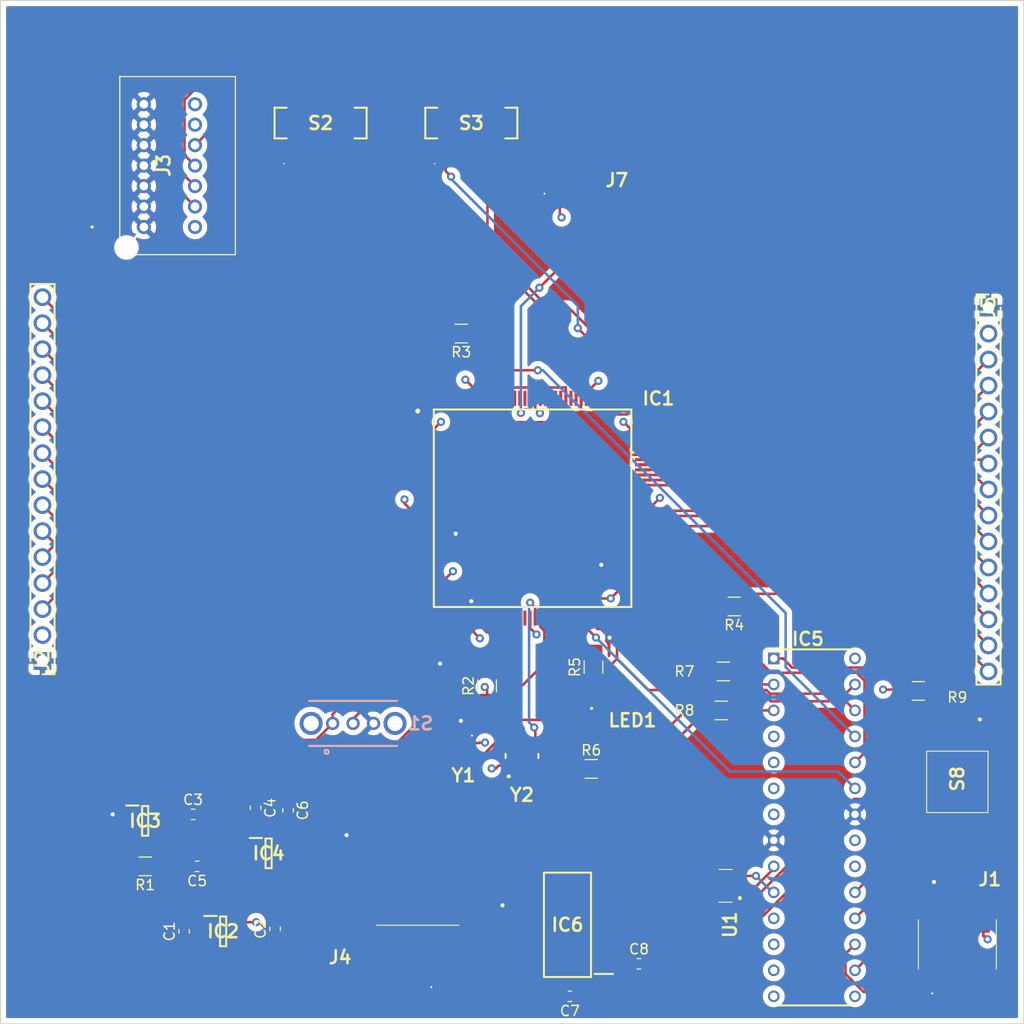
<source format=kicad_pcb>
(kicad_pcb (version 20171130) (host pcbnew "(5.1.5)-3")
  (layers (0 F.Cu signal) (1 GND power) (2 PWR3V3 power) (31 B.Cu signal) (34 B.Paste user) (35 F.Paste user) (36 B.SilkS user) (37 F.SilkS user) (38 B.Mask user) (39 F.Mask user) (44 Edge.Cuts user))
  (net 0 "")
  (net 1 GND)
  (net 2 VBUS)
  (net 3 +3V3)
  (net 4 +2V5)
  (net 5 +1V2)
  (net 6 "Net-(C7-Pad1)")
  (net 7 MCU_RESET)
  (net 8 DTR)
  (net 9 TDI_TO_FPGA)
  (net 10 "Net-(IC1-Pad143)")
  (net 11 "Net-(IC1-Pad141)")
  (net 12 "Net-(IC1-Pad140)")
  (net 13 "Net-(IC1-Pad137)")
  (net 14 "Net-(IC1-Pad135)")
  (net 15 "Net-(IC1-Pad132)")
  (net 16 "Net-(IC1-Pad131)")
  (net 17 "Net-(IC1-Pad130)")
  (net 18 "Net-(IC1-Pad129)")
  (net 19 "Net-(IC1-Pad128)")
  (net 20 OSC_32K768)
  (net 21 "Net-(IC1-Pad125)")
  (net 22 "Net-(IC1-Pad124)")
  (net 23 "Net-(IC1-Pad123)")
  (net 24 "Net-(IC1-Pad122)")
  (net 25 "Net-(IC1-Pad119)")
  (net 26 "Net-(IC1-Pad118)")
  (net 27 "Net-(IC1-Pad116)")
  (net 28 "Net-(IC1-Pad113)")
  (net 29 "Net-(IC1-Pad112)")
  (net 30 TMS_TO_FPGA)
  (net 31 TCK_TO_FPGA)
  (net 32 TDO_FROM_FPGA)
  (net 33 "Net-(IC1-Pad108)")
  (net 34 "Net-(IC1-Pad107)")
  (net 35 IO_L20N_2)
  (net 36 IO_L20P_2)
  (net 37 IO_L21N_2)
  (net 38 IO_L21P_2)
  (net 39 IO_L22N_2)
  (net 40 IO_L22P_2)
  (net 41 IO_L23N_2)
  (net 42 IO_L23P_2)
  (net 43 IO_L24N_2)
  (net 44 IO_L24P_2)
  (net 45 "Net-(IC1-Pad93)")
  (net 46 "Net-(IC1-Pad92)")
  (net 47 IO_L40N_3)
  (net 48 IO_L40P_3)
  (net 49 IO_L24N_3)
  (net 50 "Net-(IC1-Pad86)")
  (net 51 "Net-(IC1-Pad85)")
  (net 52 "Net-(IC1-Pad84)")
  (net 53 "Net-(IC1-Pad83)")
  (net 54 "Net-(IC1-Pad82)")
  (net 55 "Net-(IC1-Pad80)")
  (net 56 "Net-(IC1-Pad79)")
  (net 57 "Net-(IC1-Pad78)")
  (net 58 "Net-(IC1-Pad77)")
  (net 59 "Net-(IC1-Pad76)")
  (net 60 "Net-(IC1-Pad74)")
  (net 61 "Net-(IC1-Pad73)")
  (net 62 "Net-(IC1-Pad72)")
  (net 63 DONE)
  (net 64 "Net-(IC1-Pad70)")
  (net 65 "Net-(IC1-Pad69)")
  (net 66 "Net-(IC1-Pad68)")
  (net 67 DIN_DO)
  (net 68 "Net-(IC1-Pad63)")
  (net 69 "Net-(IC1-Pad60)")
  (net 70 "Net-(IC1-Pad59)")
  (net 71 INIT_B)
  (net 72 "Net-(IC1-Pad57)")
  (net 73 OSC_200M)
  (net 74 OSC_50M)
  (net 75 "Net-(IC1-Pad53)")
  (net 76 "Net-(IC1-Pad52)")
  (net 77 "Net-(IC1-Pad51)")
  (net 78 "Net-(IC1-Pad50)")
  (net 79 "Net-(IC1-Pad47)")
  (net 80 "Net-(IC1-Pad46)")
  (net 81 "Net-(IC1-Pad44)")
  (net 82 "Net-(IC1-Pad41)")
  (net 83 "Net-(IC1-Pad40)")
  (net 84 M1)
  (net 85 "Net-(IC1-Pad36)")
  (net 86 "Net-(IC1-Pad35)")
  (net 87 "Net-(IC1-Pad33)")
  (net 88 "Net-(IC1-Pad32)")
  (net 89 "Net-(IC1-Pad31)")
  (net 90 "Net-(IC1-Pad30)")
  (net 91 IO_L22N_6)
  (net 92 IO_L22P_6)
  (net 93 IO_L23N_6)
  (net 94 IO_L23P_6)
  (net 95 IO_L24N_6)
  (net 96 IO_L24P_6)
  (net 97 IO_L40N_6)
  (net 98 IO_L40P_6)
  (net 99 "Net-(IC1-Pad18)")
  (net 100 "Net-(IC1-Pad17)")
  (net 101 "Net-(IC1-Pad15)")
  (net 102 "Net-(IC1-Pad14)")
  (net 103 "Net-(IC1-Pad13)")
  (net 104 "Net-(IC1-Pad12)")
  (net 105 IO_L22N_7)
  (net 106 "Net-(IC1-Pad10)")
  (net 107 IO_L21N_7)
  (net 108 IO_L21P_7)
  (net 109 IO_L20N_7)
  (net 110 IO_L20P_7)
  (net 111 "Net-(IC1-Pad4)")
  (net 112 "Net-(IC1-Pad2)")
  (net 113 "Net-(IC1-Pad1)")
  (net 114 "Net-(IC2-Pad4)")
  (net 115 "Net-(IC3-Pad4)")
  (net 116 "Net-(IC4-Pad4)")
  (net 117 "Net-(IC5-Pad28)")
  (net 118 PROG_B)
  (net 119 CCLK)
  (net 120 "Net-(IC5-Pad21)")
  (net 121 SCK)
  (net 122 MISO)
  (net 123 MOSI)
  (net 124 SSB)
  (net 125 "Net-(IC5-Pad15)")
  (net 126 "Net-(IC5-Pad14)")
  (net 127 "Net-(IC5-Pad13)")
  (net 128 "Net-(IC5-Pad12)")
  (net 129 "Net-(IC5-Pad11)")
  (net 130 "Net-(IC5-Pad10)")
  (net 131 "Net-(IC5-Pad9)")
  (net 132 "Net-(IC5-Pad6)")
  (net 133 "Net-(IC5-Pad5)")
  (net 134 "Net-(IC5-Pad4)")
  (net 135 "Net-(IC5-Pad3)")
  (net 136 "Net-(IC5-Pad2)")
  (net 137 "Net-(IC6-Pad28)")
  (net 138 "Net-(IC6-Pad27)")
  (net 139 "Net-(IC6-Pad24)")
  (net 140 "Net-(IC6-Pad23)")
  (net 141 "Net-(IC6-Pad22)")
  (net 142 D-)
  (net 143 D+)
  (net 144 "Net-(IC6-Pad14)")
  (net 145 "Net-(IC6-Pad13)")
  (net 146 "Net-(IC6-Pad12)")
  (net 147 "Net-(IC6-Pad11)")
  (net 148 "Net-(IC6-Pad10)")
  (net 149 "Net-(IC6-Pad9)")
  (net 150 "Net-(IC6-Pad8)")
  (net 151 "Net-(IC6-Pad6)")
  (net 152 RXD_FROM_FT232)
  (net 153 "Net-(IC6-Pad3)")
  (net 154 TXD_FROM_FT232)
  (net 155 "Net-(J3-Pad14)")
  (net 156 "Net-(J3-Pad12)")
  (net 157 TDI)
  (net 158 TDO)
  (net 159 TCK)
  (net 160 TMS)
  (net 161 "Net-(J4-PadMP6)")
  (net 162 "Net-(J4-PadMP5)")
  (net 163 "Net-(J4-PadMP4)")
  (net 164 "Net-(J4-PadMP3)")
  (net 165 "Net-(J4-PadMP2)")
  (net 166 "Net-(J4-PadMP1)")
  (net 167 "Net-(J4-Pad4)")
  (net 168 "Net-(LED1-Pad2)")
  (net 169 TDI_TO_MCU)
  (net 170 TDO_FROM_MCU)
  (net 171 TCK_TO_MCU)
  (net 172 TMS_TO_MCU)
  (net 173 "Net-(S8-Pad4)")
  (net 174 "Net-(S8-Pad2)")
  (net 175 "Net-(Y2-Pad5)")
  (net 176 "Net-(Y2-Pad2)")
  (module Sama:JS202011SCQN (layer F.Cu) (at 81.28 61.976)
    (fp_text reference S2 (at 0 0.002) (layer F.SilkS) (effects (font (size 1.27 1.27) (thickness 0.254))))
    (fp_text value SW_TDI_TDO hide)
    (pad 6 smd rect (at -2.5 -2.75) (size 1.2 2.5) (layers F.Cu F.Paste F.Mask) (net 32 TDO_FROM_FPGA))
    (pad 5 smd rect (at 0 -2.75) (size 1.2 2.5) (layers F.Cu F.Paste F.Mask) (net 158 TDO))
    (pad 4 smd rect (at 2.5 -2.75) (size 1.2 2.5) (layers F.Cu F.Paste F.Mask) (net 170 TDO_FROM_MCU))
    (pad 3 smd rect (at 2.5 2.75) (size 1.2 2.5) (layers F.Cu F.Paste F.Mask) (net 169 TDI_TO_MCU))
    (pad 2 smd rect (at 0 2.75) (size 1.2 2.5) (layers F.Cu F.Paste F.Mask) (net 157 TDI))
    (pad 1 smd rect (at -2.5 2.75) (size 1.2 2.5) (layers F.Cu F.Paste F.Mask) (net 9 TDI_TO_FPGA))
  )
  (module Sama:QFP50P2200X2200X160-144N (layer F.Cu) (at 102 99.62)
    (fp_text reference IC1 (at 12.3 -10.72) (layer F.SilkS) (effects (font (size 1.27 1.27) (thickness 0.254))))
    (fp_text value XC3S200-4TQG144C hide)
    (pad 144 smd rect (at -8.75 -10.738) (size 0.3 1.475) (layers F.Cu F.Paste F.Mask) (net 9 TDI_TO_FPGA))
    (pad 143 smd rect (at -8.25 -10.738) (size 0.3 1.475) (layers F.Cu F.Paste F.Mask) (net 10 "Net-(IC1-Pad143)"))
    (pad 142 smd rect (at -7.75 -10.738) (size 0.3 1.475) (layers F.Cu F.Paste F.Mask) (net 1 GND))
    (pad 141 smd rect (at -7.25 -10.738) (size 0.3 1.475) (layers F.Cu F.Paste F.Mask) (net 11 "Net-(IC1-Pad141)"))
    (pad 140 smd rect (at -6.75 -10.738) (size 0.3 1.475) (layers F.Cu F.Paste F.Mask) (net 12 "Net-(IC1-Pad140)"))
    (pad 139 smd rect (at -6.25 -10.738) (size 0.3 1.475) (layers F.Cu F.Paste F.Mask) (net 1 GND))
    (pad 138 smd rect (at -5.75 -10.738) (size 0.3 1.475) (layers F.Cu F.Paste F.Mask) (net 3 +3V3))
    (pad 137 smd rect (at -5.25 -10.738) (size 0.3 1.475) (layers F.Cu F.Paste F.Mask) (net 13 "Net-(IC1-Pad137)"))
    (pad 136 smd rect (at -4.75 -10.738) (size 0.3 1.475) (layers F.Cu F.Paste F.Mask) (net 1 GND))
    (pad 135 smd rect (at -4.25 -10.738) (size 0.3 1.475) (layers F.Cu F.Paste F.Mask) (net 14 "Net-(IC1-Pad135)"))
    (pad 134 smd rect (at -3.75 -10.738) (size 0.3 1.475) (layers F.Cu F.Paste F.Mask) (net 4 +2V5))
    (pad 133 smd rect (at -3.25 -10.738) (size 0.3 1.475) (layers F.Cu F.Paste F.Mask) (net 5 +1V2))
    (pad 132 smd rect (at -2.75 -10.738) (size 0.3 1.475) (layers F.Cu F.Paste F.Mask) (net 15 "Net-(IC1-Pad132)"))
    (pad 131 smd rect (at -2.25 -10.738) (size 0.3 1.475) (layers F.Cu F.Paste F.Mask) (net 16 "Net-(IC1-Pad131)"))
    (pad 130 smd rect (at -1.75 -10.738) (size 0.3 1.475) (layers F.Cu F.Paste F.Mask) (net 17 "Net-(IC1-Pad130)"))
    (pad 129 smd rect (at -1.25 -10.738) (size 0.3 1.475) (layers F.Cu F.Paste F.Mask) (net 18 "Net-(IC1-Pad129)"))
    (pad 128 smd rect (at -0.75 -10.738) (size 0.3 1.475) (layers F.Cu F.Paste F.Mask) (net 19 "Net-(IC1-Pad128)"))
    (pad 127 smd rect (at -0.25 -10.738) (size 0.3 1.475) (layers F.Cu F.Paste F.Mask) (net 20 OSC_32K768))
    (pad 126 smd rect (at 0.25 -10.738) (size 0.3 1.475) (layers F.Cu F.Paste F.Mask) (net 3 +3V3))
    (pad 125 smd rect (at 0.75 -10.738) (size 0.3 1.475) (layers F.Cu F.Paste F.Mask) (net 21 "Net-(IC1-Pad125)"))
    (pad 124 smd rect (at 1.25 -10.738) (size 0.3 1.475) (layers F.Cu F.Paste F.Mask) (net 22 "Net-(IC1-Pad124)"))
    (pad 123 smd rect (at 1.75 -10.738) (size 0.3 1.475) (layers F.Cu F.Paste F.Mask) (net 23 "Net-(IC1-Pad123)"))
    (pad 122 smd rect (at 2.25 -10.738) (size 0.3 1.475) (layers F.Cu F.Paste F.Mask) (net 24 "Net-(IC1-Pad122)"))
    (pad 121 smd rect (at 2.75 -10.738) (size 0.3 1.475) (layers F.Cu F.Paste F.Mask) (net 5 +1V2))
    (pad 120 smd rect (at 3.25 -10.738) (size 0.3 1.475) (layers F.Cu F.Paste F.Mask) (net 4 +2V5))
    (pad 119 smd rect (at 3.75 -10.738) (size 0.3 1.475) (layers F.Cu F.Paste F.Mask) (net 25 "Net-(IC1-Pad119)"))
    (pad 118 smd rect (at 4.25 -10.738) (size 0.3 1.475) (layers F.Cu F.Paste F.Mask) (net 26 "Net-(IC1-Pad118)"))
    (pad 117 smd rect (at 4.75 -10.738) (size 0.3 1.475) (layers F.Cu F.Paste F.Mask) (net 1 GND))
    (pad 116 smd rect (at 5.25 -10.738) (size 0.3 1.475) (layers F.Cu F.Paste F.Mask) (net 27 "Net-(IC1-Pad116)"))
    (pad 115 smd rect (at 5.75 -10.738) (size 0.3 1.475) (layers F.Cu F.Paste F.Mask) (net 3 +3V3))
    (pad 114 smd rect (at 6.25 -10.738) (size 0.3 1.475) (layers F.Cu F.Paste F.Mask) (net 1 GND))
    (pad 113 smd rect (at 6.75 -10.738) (size 0.3 1.475) (layers F.Cu F.Paste F.Mask) (net 28 "Net-(IC1-Pad113)"))
    (pad 112 smd rect (at 7.25 -10.738) (size 0.3 1.475) (layers F.Cu F.Paste F.Mask) (net 29 "Net-(IC1-Pad112)"))
    (pad 111 smd rect (at 7.75 -10.738) (size 0.3 1.475) (layers F.Cu F.Paste F.Mask) (net 30 TMS_TO_FPGA))
    (pad 110 smd rect (at 8.25 -10.738) (size 0.3 1.475) (layers F.Cu F.Paste F.Mask) (net 31 TCK_TO_FPGA))
    (pad 109 smd rect (at 8.75 -10.738) (size 0.3 1.475) (layers F.Cu F.Paste F.Mask) (net 32 TDO_FROM_FPGA))
    (pad 108 smd rect (at 10.738 -8.75 90) (size 0.3 1.475) (layers F.Cu F.Paste F.Mask) (net 33 "Net-(IC1-Pad108)"))
    (pad 107 smd rect (at 10.738 -8.25 90) (size 0.3 1.475) (layers F.Cu F.Paste F.Mask) (net 34 "Net-(IC1-Pad107)"))
    (pad 106 smd rect (at 10.738 -7.75 90) (size 0.3 1.475) (layers F.Cu F.Paste F.Mask) (net 3 +3V3))
    (pad 105 smd rect (at 10.738 -7.25 90) (size 0.3 1.475) (layers F.Cu F.Paste F.Mask) (net 35 IO_L20N_2))
    (pad 104 smd rect (at 10.738 -6.75 90) (size 0.3 1.475) (layers F.Cu F.Paste F.Mask) (net 36 IO_L20P_2))
    (pad 103 smd rect (at 10.738 -6.25 90) (size 0.3 1.475) (layers F.Cu F.Paste F.Mask) (net 37 IO_L21N_2))
    (pad 102 smd rect (at 10.738 -5.75 90) (size 0.3 1.475) (layers F.Cu F.Paste F.Mask) (net 38 IO_L21P_2))
    (pad 101 smd rect (at 10.738 -5.25 90) (size 0.3 1.475) (layers F.Cu F.Paste F.Mask) (net 1 GND))
    (pad 100 smd rect (at 10.738 -4.75 90) (size 0.3 1.475) (layers F.Cu F.Paste F.Mask) (net 39 IO_L22N_2))
    (pad 99 smd rect (at 10.738 -4.25 90) (size 0.3 1.475) (layers F.Cu F.Paste F.Mask) (net 40 IO_L22P_2))
    (pad 98 smd rect (at 10.738 -3.75 90) (size 0.3 1.475) (layers F.Cu F.Paste F.Mask) (net 41 IO_L23N_2))
    (pad 97 smd rect (at 10.738 -3.25 90) (size 0.3 1.475) (layers F.Cu F.Paste F.Mask) (net 42 IO_L23P_2))
    (pad 96 smd rect (at 10.738 -2.75 90) (size 0.3 1.475) (layers F.Cu F.Paste F.Mask) (net 43 IO_L24N_2))
    (pad 95 smd rect (at 10.738 -2.25 90) (size 0.3 1.475) (layers F.Cu F.Paste F.Mask) (net 44 IO_L24P_2))
    (pad 94 smd rect (at 10.738 -1.75 90) (size 0.3 1.475) (layers F.Cu F.Paste F.Mask) (net 1 GND))
    (pad 93 smd rect (at 10.738 -1.25 90) (size 0.3 1.475) (layers F.Cu F.Paste F.Mask) (net 45 "Net-(IC1-Pad93)"))
    (pad 92 smd rect (at 10.738 -0.75 90) (size 0.3 1.475) (layers F.Cu F.Paste F.Mask) (net 46 "Net-(IC1-Pad92)"))
    (pad 91 smd rect (at 10.738 -0.25 90) (size 0.3 1.475) (layers F.Cu F.Paste F.Mask) (net 3 +3V3))
    (pad 90 smd rect (at 10.738 0.25 90) (size 0.3 1.475) (layers F.Cu F.Paste F.Mask) (net 47 IO_L40N_3))
    (pad 89 smd rect (at 10.738 0.75 90) (size 0.3 1.475) (layers F.Cu F.Paste F.Mask) (net 48 IO_L40P_3))
    (pad 88 smd rect (at 10.738 1.25 90) (size 0.3 1.475) (layers F.Cu F.Paste F.Mask) (net 1 GND))
    (pad 87 smd rect (at 10.738 1.75 90) (size 0.3 1.475) (layers F.Cu F.Paste F.Mask) (net 49 IO_L24N_3))
    (pad 86 smd rect (at 10.738 2.25 90) (size 0.3 1.475) (layers F.Cu F.Paste F.Mask) (net 50 "Net-(IC1-Pad86)"))
    (pad 85 smd rect (at 10.738 2.75 90) (size 0.3 1.475) (layers F.Cu F.Paste F.Mask) (net 51 "Net-(IC1-Pad85)"))
    (pad 84 smd rect (at 10.738 3.25 90) (size 0.3 1.475) (layers F.Cu F.Paste F.Mask) (net 52 "Net-(IC1-Pad84)"))
    (pad 83 smd rect (at 10.738 3.75 90) (size 0.3 1.475) (layers F.Cu F.Paste F.Mask) (net 53 "Net-(IC1-Pad83)"))
    (pad 82 smd rect (at 10.738 4.25 90) (size 0.3 1.475) (layers F.Cu F.Paste F.Mask) (net 54 "Net-(IC1-Pad82)"))
    (pad 81 smd rect (at 10.738 4.75 90) (size 0.3 1.475) (layers F.Cu F.Paste F.Mask) (net 1 GND))
    (pad 80 smd rect (at 10.738 5.25 90) (size 0.3 1.475) (layers F.Cu F.Paste F.Mask) (net 55 "Net-(IC1-Pad80)"))
    (pad 79 smd rect (at 10.738 5.75 90) (size 0.3 1.475) (layers F.Cu F.Paste F.Mask) (net 56 "Net-(IC1-Pad79)"))
    (pad 78 smd rect (at 10.738 6.25 90) (size 0.3 1.475) (layers F.Cu F.Paste F.Mask) (net 57 "Net-(IC1-Pad78)"))
    (pad 77 smd rect (at 10.738 6.75 90) (size 0.3 1.475) (layers F.Cu F.Paste F.Mask) (net 58 "Net-(IC1-Pad77)"))
    (pad 76 smd rect (at 10.738 7.25 90) (size 0.3 1.475) (layers F.Cu F.Paste F.Mask) (net 59 "Net-(IC1-Pad76)"))
    (pad 75 smd rect (at 10.738 7.75 90) (size 0.3 1.475) (layers F.Cu F.Paste F.Mask) (net 3 +3V3))
    (pad 74 smd rect (at 10.738 8.25 90) (size 0.3 1.475) (layers F.Cu F.Paste F.Mask) (net 60 "Net-(IC1-Pad74)"))
    (pad 73 smd rect (at 10.738 8.75 90) (size 0.3 1.475) (layers F.Cu F.Paste F.Mask) (net 61 "Net-(IC1-Pad73)"))
    (pad 72 smd rect (at 8.75 10.738) (size 0.3 1.475) (layers F.Cu F.Paste F.Mask) (net 62 "Net-(IC1-Pad72)"))
    (pad 71 smd rect (at 8.25 10.738) (size 0.3 1.475) (layers F.Cu F.Paste F.Mask) (net 63 DONE))
    (pad 70 smd rect (at 7.75 10.738) (size 0.3 1.475) (layers F.Cu F.Paste F.Mask) (net 64 "Net-(IC1-Pad70)"))
    (pad 69 smd rect (at 7.25 10.738) (size 0.3 1.475) (layers F.Cu F.Paste F.Mask) (net 65 "Net-(IC1-Pad69)"))
    (pad 68 smd rect (at 6.75 10.738) (size 0.3 1.475) (layers F.Cu F.Paste F.Mask) (net 66 "Net-(IC1-Pad68)"))
    (pad 67 smd rect (at 6.25 10.738) (size 0.3 1.475) (layers F.Cu F.Paste F.Mask) (net 1 GND))
    (pad 66 smd rect (at 5.75 10.738) (size 0.3 1.475) (layers F.Cu F.Paste F.Mask) (net 3 +3V3))
    (pad 65 smd rect (at 5.25 10.738) (size 0.3 1.475) (layers F.Cu F.Paste F.Mask) (net 67 DIN_DO))
    (pad 64 smd rect (at 4.75 10.738) (size 0.3 1.475) (layers F.Cu F.Paste F.Mask) (net 1 GND))
    (pad 63 smd rect (at 4.25 10.738) (size 0.3 1.475) (layers F.Cu F.Paste F.Mask) (net 68 "Net-(IC1-Pad63)"))
    (pad 62 smd rect (at 3.75 10.738) (size 0.3 1.475) (layers F.Cu F.Paste F.Mask) (net 4 +2V5))
    (pad 61 smd rect (at 3.25 10.738) (size 0.3 1.475) (layers F.Cu F.Paste F.Mask) (net 5 +1V2))
    (pad 60 smd rect (at 2.75 10.738) (size 0.3 1.475) (layers F.Cu F.Paste F.Mask) (net 69 "Net-(IC1-Pad60)"))
    (pad 59 smd rect (at 2.25 10.738) (size 0.3 1.475) (layers F.Cu F.Paste F.Mask) (net 70 "Net-(IC1-Pad59)"))
    (pad 58 smd rect (at 1.75 10.738) (size 0.3 1.475) (layers F.Cu F.Paste F.Mask) (net 71 INIT_B))
    (pad 57 smd rect (at 1.25 10.738) (size 0.3 1.475) (layers F.Cu F.Paste F.Mask) (net 72 "Net-(IC1-Pad57)"))
    (pad 56 smd rect (at 0.75 10.738) (size 0.3 1.475) (layers F.Cu F.Paste F.Mask) (net 73 OSC_200M))
    (pad 55 smd rect (at 0.25 10.738) (size 0.3 1.475) (layers F.Cu F.Paste F.Mask) (net 74 OSC_50M))
    (pad 54 smd rect (at -0.25 10.738) (size 0.3 1.475) (layers F.Cu F.Paste F.Mask) (net 3 +3V3))
    (pad 53 smd rect (at -0.75 10.738) (size 0.3 1.475) (layers F.Cu F.Paste F.Mask) (net 75 "Net-(IC1-Pad53)"))
    (pad 52 smd rect (at -1.25 10.738) (size 0.3 1.475) (layers F.Cu F.Paste F.Mask) (net 76 "Net-(IC1-Pad52)"))
    (pad 51 smd rect (at -1.75 10.738) (size 0.3 1.475) (layers F.Cu F.Paste F.Mask) (net 77 "Net-(IC1-Pad51)"))
    (pad 50 smd rect (at -2.25 10.738) (size 0.3 1.475) (layers F.Cu F.Paste F.Mask) (net 78 "Net-(IC1-Pad50)"))
    (pad 49 smd rect (at -2.75 10.738) (size 0.3 1.475) (layers F.Cu F.Paste F.Mask) (net 5 +1V2))
    (pad 48 smd rect (at -3.25 10.738) (size 0.3 1.475) (layers F.Cu F.Paste F.Mask) (net 4 +2V5))
    (pad 47 smd rect (at -3.75 10.738) (size 0.3 1.475) (layers F.Cu F.Paste F.Mask) (net 79 "Net-(IC1-Pad47)"))
    (pad 46 smd rect (at -4.25 10.738) (size 0.3 1.475) (layers F.Cu F.Paste F.Mask) (net 80 "Net-(IC1-Pad46)"))
    (pad 45 smd rect (at -4.75 10.738) (size 0.3 1.475) (layers F.Cu F.Paste F.Mask) (net 1 GND))
    (pad 44 smd rect (at -5.25 10.738) (size 0.3 1.475) (layers F.Cu F.Paste F.Mask) (net 81 "Net-(IC1-Pad44)"))
    (pad 43 smd rect (at -5.75 10.738) (size 0.3 1.475) (layers F.Cu F.Paste F.Mask) (net 3 +3V3))
    (pad 42 smd rect (at -6.25 10.738) (size 0.3 1.475) (layers F.Cu F.Paste F.Mask) (net 1 GND))
    (pad 41 smd rect (at -6.75 10.738) (size 0.3 1.475) (layers F.Cu F.Paste F.Mask) (net 82 "Net-(IC1-Pad41)"))
    (pad 40 smd rect (at -7.25 10.738) (size 0.3 1.475) (layers F.Cu F.Paste F.Mask) (net 83 "Net-(IC1-Pad40)"))
    (pad 39 smd rect (at -7.75 10.738) (size 0.3 1.475) (layers F.Cu F.Paste F.Mask) (net 4 +2V5))
    (pad 38 smd rect (at -8.25 10.738) (size 0.3 1.475) (layers F.Cu F.Paste F.Mask) (net 4 +2V5))
    (pad 37 smd rect (at -8.75 10.738) (size 0.3 1.475) (layers F.Cu F.Paste F.Mask) (net 84 M1))
    (pad 36 smd rect (at -10.738 8.75 90) (size 0.3 1.475) (layers F.Cu F.Paste F.Mask) (net 85 "Net-(IC1-Pad36)"))
    (pad 35 smd rect (at -10.738 8.25 90) (size 0.3 1.475) (layers F.Cu F.Paste F.Mask) (net 86 "Net-(IC1-Pad35)"))
    (pad 34 smd rect (at -10.738 7.75 90) (size 0.3 1.475) (layers F.Cu F.Paste F.Mask) (net 3 +3V3))
    (pad 33 smd rect (at -10.738 7.25 90) (size 0.3 1.475) (layers F.Cu F.Paste F.Mask) (net 87 "Net-(IC1-Pad33)"))
    (pad 32 smd rect (at -10.738 6.75 90) (size 0.3 1.475) (layers F.Cu F.Paste F.Mask) (net 88 "Net-(IC1-Pad32)"))
    (pad 31 smd rect (at -10.738 6.25 90) (size 0.3 1.475) (layers F.Cu F.Paste F.Mask) (net 89 "Net-(IC1-Pad31)"))
    (pad 30 smd rect (at -10.738 5.75 90) (size 0.3 1.475) (layers F.Cu F.Paste F.Mask) (net 90 "Net-(IC1-Pad30)"))
    (pad 29 smd rect (at -10.738 5.25 90) (size 0.3 1.475) (layers F.Cu F.Paste F.Mask) (net 1 GND))
    (pad 28 smd rect (at -10.738 4.75 90) (size 0.3 1.475) (layers F.Cu F.Paste F.Mask) (net 91 IO_L22N_6))
    (pad 27 smd rect (at -10.738 4.25 90) (size 0.3 1.475) (layers F.Cu F.Paste F.Mask) (net 92 IO_L22P_6))
    (pad 26 smd rect (at -10.738 3.75 90) (size 0.3 1.475) (layers F.Cu F.Paste F.Mask) (net 93 IO_L23N_6))
    (pad 25 smd rect (at -10.738 3.25 90) (size 0.3 1.475) (layers F.Cu F.Paste F.Mask) (net 94 IO_L23P_6))
    (pad 24 smd rect (at -10.738 2.75 90) (size 0.3 1.475) (layers F.Cu F.Paste F.Mask) (net 95 IO_L24N_6))
    (pad 23 smd rect (at -10.738 2.25 90) (size 0.3 1.475) (layers F.Cu F.Paste F.Mask) (net 96 IO_L24P_6))
    (pad 22 smd rect (at -10.738 1.75 90) (size 0.3 1.475) (layers F.Cu F.Paste F.Mask) (net 1 GND))
    (pad 21 smd rect (at -10.738 1.25 90) (size 0.3 1.475) (layers F.Cu F.Paste F.Mask) (net 97 IO_L40N_6))
    (pad 20 smd rect (at -10.738 0.75 90) (size 0.3 1.475) (layers F.Cu F.Paste F.Mask) (net 98 IO_L40P_6))
    (pad 19 smd rect (at -10.738 0.25 90) (size 0.3 1.475) (layers F.Cu F.Paste F.Mask) (net 3 +3V3))
    (pad 18 smd rect (at -10.738 -0.25 90) (size 0.3 1.475) (layers F.Cu F.Paste F.Mask) (net 99 "Net-(IC1-Pad18)"))
    (pad 17 smd rect (at -10.738 -0.75 90) (size 0.3 1.475) (layers F.Cu F.Paste F.Mask) (net 100 "Net-(IC1-Pad17)"))
    (pad 16 smd rect (at -10.738 -1.25 90) (size 0.3 1.475) (layers F.Cu F.Paste F.Mask) (net 1 GND))
    (pad 15 smd rect (at -10.738 -1.75 90) (size 0.3 1.475) (layers F.Cu F.Paste F.Mask) (net 101 "Net-(IC1-Pad15)"))
    (pad 14 smd rect (at -10.738 -2.25 90) (size 0.3 1.475) (layers F.Cu F.Paste F.Mask) (net 102 "Net-(IC1-Pad14)"))
    (pad 13 smd rect (at -10.738 -2.75 90) (size 0.3 1.475) (layers F.Cu F.Paste F.Mask) (net 103 "Net-(IC1-Pad13)"))
    (pad 12 smd rect (at -10.738 -3.25 90) (size 0.3 1.475) (layers F.Cu F.Paste F.Mask) (net 104 "Net-(IC1-Pad12)"))
    (pad 11 smd rect (at -10.738 -3.75 90) (size 0.3 1.475) (layers F.Cu F.Paste F.Mask) (net 105 IO_L22N_7))
    (pad 10 smd rect (at -10.738 -4.25 90) (size 0.3 1.475) (layers F.Cu F.Paste F.Mask) (net 106 "Net-(IC1-Pad10)"))
    (pad 9 smd rect (at -10.738 -4.75 90) (size 0.3 1.475) (layers F.Cu F.Paste F.Mask) (net 1 GND))
    (pad 8 smd rect (at -10.738 -5.25 90) (size 0.3 1.475) (layers F.Cu F.Paste F.Mask) (net 107 IO_L21N_7))
    (pad 7 smd rect (at -10.738 -5.75 90) (size 0.3 1.475) (layers F.Cu F.Paste F.Mask) (net 108 IO_L21P_7))
    (pad 6 smd rect (at -10.738 -6.25 90) (size 0.3 1.475) (layers F.Cu F.Paste F.Mask) (net 109 IO_L20N_7))
    (pad 5 smd rect (at -10.738 -6.75 90) (size 0.3 1.475) (layers F.Cu F.Paste F.Mask) (net 110 IO_L20P_7))
    (pad 4 smd rect (at -10.738 -7.25 90) (size 0.3 1.475) (layers F.Cu F.Paste F.Mask) (net 111 "Net-(IC1-Pad4)"))
    (pad 3 smd rect (at -10.738 -7.75 90) (size 0.3 1.475) (layers F.Cu F.Paste F.Mask) (net 3 +3V3))
    (pad 2 smd rect (at -10.738 -8.25 90) (size 0.3 1.475) (layers F.Cu F.Paste F.Mask) (net 112 "Net-(IC1-Pad2)"))
    (pad 1 smd rect (at -10.738 -8.75 90) (size 0.3 1.475) (layers F.Cu F.Paste F.Mask) (net 113 "Net-(IC1-Pad1)"))
  )
  (module Sama:JS202011SCQN (layer F.Cu) (at 96.012 61.976)
    (fp_text reference S3 (at 0 0.002) (layer F.SilkS) (effects (font (size 1.27 1.27) (thickness 0.254))))
    (fp_text value SW_TCK_TMS hide)
    (pad 6 smd rect (at -2.5 -2.75) (size 1.2 2.5) (layers F.Cu F.Paste F.Mask) (net 30 TMS_TO_FPGA))
    (pad 5 smd rect (at 0 -2.75) (size 1.2 2.5) (layers F.Cu F.Paste F.Mask) (net 160 TMS))
    (pad 4 smd rect (at 2.5 -2.75) (size 1.2 2.5) (layers F.Cu F.Paste F.Mask) (net 172 TMS_TO_MCU))
    (pad 3 smd rect (at 2.5 2.75) (size 1.2 2.5) (layers F.Cu F.Paste F.Mask) (net 171 TCK_TO_MCU))
    (pad 2 smd rect (at 0 2.75) (size 1.2 2.5) (layers F.Cu F.Paste F.Mask) (net 159 TCK))
    (pad 1 smd rect (at -2.5 2.75) (size 1.2 2.5) (layers F.Cu F.Paste F.Mask) (net 31 TCK_TO_FPGA))
  )
  (module Sama:XLH335200000000X (layer F.Cu) (at 100.965 123.825)
    (fp_text reference Y2 (at 0 3.81) (layer F.SilkS) (effects (font (size 1.27 1.27) (thickness 0.254))))
    (fp_text value "OSC 200 MHz" hide)
    (pad 6 smd rect (at -1.3 -0.95 90) (size 1 1.3) (layers F.Cu F.Paste F.Mask) (net 3 +3V3))
    (pad 5 smd rect (at 0 -0.95) (size 0.7 1) (layers F.Cu F.Paste F.Mask) (net 175 "Net-(Y2-Pad5)"))
    (pad 4 smd rect (at 1.3 -0.95 90) (size 1 1.3) (layers F.Cu F.Paste F.Mask) (net 74 OSC_50M))
    (pad 3 smd rect (at 1.3 0.95 90) (size 1 1.3) (layers F.Cu F.Paste F.Mask) (net 1 GND))
    (pad 2 smd rect (at 0 0.95) (size 0.7 1) (layers F.Cu F.Paste F.Mask) (net 176 "Net-(Y2-Pad2)"))
    (pad 1 smd rect (at -1.3 0.95 90) (size 1 1.3) (layers F.Cu F.Paste F.Mask) (net 3 +3V3))
  )
  (module Sama:DSC6101JL3B0500000 (layer F.Cu) (at 95.25 123.19 180)
    (fp_text reference Y1 (at 0 -2.54) (layer F.SilkS) (effects (font (size 1.27 1.27) (thickness 0.254))))
    (fp_text value "OSC 50 MHz" hide)
    (pad 4 smd rect (at -0.825 -0.625 180) (size 0.7 0.8) (layers F.Cu F.Paste F.Mask) (net 3 +3V3))
    (pad 3 smd rect (at 0.825 -0.625 180) (size 0.7 0.8) (layers F.Cu F.Paste F.Mask) (net 73 OSC_200M))
    (pad 2 smd rect (at 0.825 0.625 180) (size 0.7 0.8) (layers F.Cu F.Paste F.Mask) (net 1 GND))
    (pad 1 smd rect (at -0.825 0.625 180) (size 0.7 0.8) (layers F.Cu F.Paste F.Mask) (net 3 +3V3))
  )
  (module Sama:CSTNE16M0V530000R0 (layer F.Cu) (at 121.285 136.525 90)
    (fp_text reference U1 (at -3.81 0 90) (layer F.SilkS) (effects (font (size 1.27 1.27) (thickness 0.254))))
    (fp_text value RESON_8M hide)
    (pad 3 smd rect (at 1.2 -0.425 90) (size 0.4 1.9) (layers F.Cu F.Paste F.Mask) (net 130 "Net-(IC5-Pad10)"))
    (pad 2 smd rect (at 0 -0.425 90) (size 0.4 1.9) (layers F.Cu F.Paste F.Mask) (net 1 GND))
    (pad 1 smd rect (at -1.2 -0.425 90) (size 0.4 1.9) (layers F.Cu F.Paste F.Mask) (net 131 "Net-(IC5-Pad9)"))
  )
  (module Sama:LL3301NF065QG (layer F.Cu) (at 143.51 126.365 270)
    (fp_text reference S8 (at -0.3 0 90) (layer F.SilkS) (effects (font (size 1.27 1.27) (thickness 0.254))))
    (fp_text value LL3301NF065QG hide)
    (pad 4 smd rect (at 4.55 2.25) (size 1.4 2.1) (layers F.Cu F.Paste F.Mask) (net 173 "Net-(S8-Pad4)"))
    (pad 3 smd rect (at -4.55 2.25) (size 1.4 2.1) (layers F.Cu F.Paste F.Mask) (net 7 MCU_RESET))
    (pad 2 smd rect (at 4.55 -2.25) (size 1.4 2.1) (layers F.Cu F.Paste F.Mask) (net 174 "Net-(S8-Pad2)"))
    (pad 1 smd rect (at -4.55 -2.25) (size 1.4 2.1) (layers F.Cu F.Paste F.Mask) (net 1 GND))
  )
  (module Sama:OS102011MA1QN1 (layer B.Cu) (at 84.455 120.65)
    (fp_text reference S1 (at 6.604 0) (layer B.SilkS) (effects (font (size 1.27 1.27) (thickness 0.254)) (justify mirror)))
    (fp_text value M1_SW hide)
    (pad 5 thru_hole circle (at 4.1 0) (size 2.25 2.25) (drill 1.5) (layers *.Cu *.Mask))
    (pad 4 thru_hole circle (at -4.1 0) (size 2.25 2.25) (drill 1.5) (layers *.Cu *.Mask))
    (pad 3 thru_hole circle (at 2 0) (size 1.3 1.3) (drill 0.8) (layers *.Cu *.Mask) (net 1 GND))
    (pad 2 thru_hole circle (at 0 0) (size 1.3 1.3) (drill 0.8) (layers *.Cu *.Mask) (net 84 M1))
    (pad 1 thru_hole circle (at -2 0) (size 1.3 1.3) (drill 0.8) (layers *.Cu *.Mask) (net 4 +2V5))
  )
  (module Resistor_SMD:R_1206_3216Metric_Pad1.42x1.75mm_HandSolder (layer F.Cu) (at 139.7 117.475 180)
    (fp_text reference R9 (at -3.81 -0.635) (layer F.SilkS))
    (fp_text value 10K)
    (pad 2 smd roundrect (at 1.4875 0 180) (size 1.425 1.75) (layers F.Cu F.Paste F.Mask) (roundrect_rratio 0.175439) (net 3 +3V3))
    (pad 1 smd roundrect (at -1.4875 0 180) (size 1.425 1.75) (layers F.Cu F.Paste F.Mask) (roundrect_rratio 0.175439) (net 7 MCU_RESET))
  )
  (module Resistor_SMD:R_1206_3216Metric_Pad1.42x1.75mm_HandSolder (layer F.Cu) (at 120.432 119.38)
    (fp_text reference R8 (at -3.5925 0) (layer F.SilkS))
    (fp_text value 1K)
    (pad 2 smd roundrect (at 1.4875 0) (size 1.425 1.75) (layers F.Cu F.Paste F.Mask) (roundrect_rratio 0.175439) (net 135 "Net-(IC5-Pad3)"))
    (pad 1 smd roundrect (at -1.4875 0) (size 1.425 1.75) (layers F.Cu F.Paste F.Mask) (roundrect_rratio 0.175439) (net 152 RXD_FROM_FT232))
  )
  (module Resistor_SMD:R_1206_3216Metric_Pad1.42x1.75mm_HandSolder (layer F.Cu) (at 120.65 115.57 180)
    (fp_text reference R7 (at 3.81 0) (layer F.SilkS))
    (fp_text value 1K)
    (pad 2 smd roundrect (at 1.4875 0 180) (size 1.425 1.75) (layers F.Cu F.Paste F.Mask) (roundrect_rratio 0.175439) (net 136 "Net-(IC5-Pad2)"))
    (pad 1 smd roundrect (at -1.4875 0 180) (size 1.425 1.75) (layers F.Cu F.Paste F.Mask) (roundrect_rratio 0.175439) (net 154 TXD_FROM_FT232))
  )
  (module Resistor_SMD:R_1206_3216Metric_Pad1.42x1.75mm_HandSolder (layer F.Cu) (at 107.732 125.095)
    (fp_text reference R6 (at 0 -1.82) (layer F.SilkS))
    (fp_text value 330)
    (pad 2 smd roundrect (at 1.4875 0) (size 1.425 1.75) (layers F.Cu F.Paste F.Mask) (roundrect_rratio 0.175439) (net 168 "Net-(LED1-Pad2)"))
    (pad 1 smd roundrect (at -1.4875 0) (size 1.425 1.75) (layers F.Cu F.Paste F.Mask) (roundrect_rratio 0.175439) (net 1 GND))
  )
  (module Resistor_SMD:R_1206_3216Metric_Pad1.42x1.75mm_HandSolder (layer F.Cu) (at 107.95 115.152 90)
    (fp_text reference R5 (at 0 -1.82 90) (layer F.SilkS))
    (fp_text value 330)
    (pad 2 smd roundrect (at 1.4875 0 90) (size 1.425 1.75) (layers F.Cu F.Paste F.Mask) (roundrect_rratio 0.175439) (net 4 +2V5))
    (pad 1 smd roundrect (at -1.4875 0 90) (size 1.425 1.75) (layers F.Cu F.Paste F.Mask) (roundrect_rratio 0.175439) (net 63 DONE))
  )
  (module Resistor_SMD:R_1206_3216Metric_Pad1.42x1.75mm_HandSolder (layer F.Cu) (at 121.702 109.22 180)
    (fp_text reference R4 (at 0 -1.82) (layer F.SilkS))
    (fp_text value 68)
    (pad 2 smd roundrect (at 1.4875 0 180) (size 1.425 1.75) (layers F.Cu F.Paste F.Mask) (roundrect_rratio 0.175439) (net 62 "Net-(IC1-Pad72)"))
    (pad 1 smd roundrect (at -1.4875 0 180) (size 1.425 1.75) (layers F.Cu F.Paste F.Mask) (roundrect_rratio 0.175439) (net 119 CCLK))
  )
  (module Resistor_SMD:R_1206_3216Metric_Pad1.42x1.75mm_HandSolder (layer F.Cu) (at 95.0325 82.55 180)
    (fp_text reference R3 (at 0 -1.82) (layer F.SilkS))
    (fp_text value 68)
    (pad 2 smd roundrect (at 1.4875 0 180) (size 1.425 1.75) (layers F.Cu F.Paste F.Mask) (roundrect_rratio 0.175439) (net 10 "Net-(IC1-Pad143)"))
    (pad 1 smd roundrect (at -1.4875 0 180) (size 1.425 1.75) (layers F.Cu F.Paste F.Mask) (roundrect_rratio 0.175439) (net 118 PROG_B))
  )
  (module Resistor_SMD:R_1206_3216Metric_Pad1.42x1.75mm_HandSolder (layer F.Cu) (at 97.555 116.982 90)
    (fp_text reference R2 (at 0 -1.82 90) (layer F.SilkS))
    (fp_text value 4.7K)
    (pad 2 smd roundrect (at 1.4875 0 90) (size 1.425 1.75) (layers F.Cu F.Paste F.Mask) (roundrect_rratio 0.175439) (net 71 INIT_B))
    (pad 1 smd roundrect (at -1.4875 0 90) (size 1.425 1.75) (layers F.Cu F.Paste F.Mask) (roundrect_rratio 0.175439) (net 3 +3V3))
  )
  (module Resistor_SMD:R_1206_3216Metric_Pad1.42x1.75mm_HandSolder (layer F.Cu) (at 64.135 134.62 180)
    (fp_text reference R1 (at 0 -1.82) (layer F.SilkS))
    (fp_text value 68)
    (pad 2 smd roundrect (at 1.4875 0 180) (size 1.425 1.75) (layers F.Cu F.Paste F.Mask) (roundrect_rratio 0.175439) (net 1 GND))
    (pad 1 smd roundrect (at -1.4875 0 180) (size 1.425 1.75) (layers F.Cu F.Paste F.Mask) (roundrect_rratio 0.175439) (net 4 +2V5))
  )
  (module Sama:KGDELLS122JGKH24 (layer F.Cu) (at 107.715 120.575)
    (fp_text reference LED1 (at 4.045 -0.227) (layer F.SilkS) (effects (font (size 1.27 1.27) (thickness 0.254))))
    (fp_text value KG_DELLS1.22-JGKH-24 hide)
    (pad 2 smd rect (at 0 0.47) (size 0.5 1.05) (layers F.Cu F.Paste F.Mask) (net 168 "Net-(LED1-Pad2)"))
    (pad 1 smd rect (at 0 -0.645) (size 0.5 0.7) (layers F.Cu F.Paste F.Mask) (net 63 DONE))
  )
  (module Sama:ECS327MVATX3CNTR (layer F.Cu) (at 105.81 67.87)
    (fp_text reference J7 (at 4.426 -0.306) (layer F.SilkS) (effects (font (size 1.27 1.27) (thickness 0.254))))
    (fp_text value "OSC 32.768 kHz" hide)
    (pad 4 smd rect (at -1.15 -0.95 90) (size 1.1 1.3) (layers F.Cu F.Paste F.Mask) (net 3 +3V3))
    (pad 3 smd rect (at 1.15 -0.95 90) (size 1.1 1.3) (layers F.Cu F.Paste F.Mask) (net 20 OSC_32K768))
    (pad 2 smd rect (at 1.15 0.95 90) (size 1.1 1.3) (layers F.Cu F.Paste F.Mask) (net 1 GND))
    (pad 1 smd rect (at -1.15 0.95 90) (size 1.1 1.3) (layers F.Cu F.Paste F.Mask) (net 3 +3V3))
  )
  (module Sama:HDRV15W67P0X254_1X15_3785X236X1117P (layer F.Cu) (at 146.558 80.01 270)
    (fp_text reference J5 (at 0 0 90) (layer F.SilkS) (effects (font (size 1.27 1.27) (thickness 0.254))))
    (fp_text value "BANK 2/3" hide)
    (pad 15 thru_hole circle (at 35.56 0 270) (size 1.725 1.725) (drill 1.15) (layers *.Cu *.Mask) (net 49 IO_L24N_3))
    (pad 14 thru_hole circle (at 33.02 0 270) (size 1.725 1.725) (drill 1.15) (layers *.Cu *.Mask) (net 48 IO_L40P_3))
    (pad 13 thru_hole circle (at 30.48 0 270) (size 1.725 1.725) (drill 1.15) (layers *.Cu *.Mask) (net 47 IO_L40N_3))
    (pad 12 thru_hole circle (at 27.94 0 270) (size 1.725 1.725) (drill 1.15) (layers *.Cu *.Mask) (net 44 IO_L24P_2))
    (pad 11 thru_hole circle (at 25.4 0 270) (size 1.725 1.725) (drill 1.15) (layers *.Cu *.Mask) (net 43 IO_L24N_2))
    (pad 10 thru_hole circle (at 22.86 0 270) (size 1.725 1.725) (drill 1.15) (layers *.Cu *.Mask) (net 42 IO_L23P_2))
    (pad 9 thru_hole circle (at 20.32 0 270) (size 1.725 1.725) (drill 1.15) (layers *.Cu *.Mask) (net 41 IO_L23N_2))
    (pad 8 thru_hole circle (at 17.78 0 270) (size 1.725 1.725) (drill 1.15) (layers *.Cu *.Mask) (net 40 IO_L22P_2))
    (pad 7 thru_hole circle (at 15.24 0 270) (size 1.725 1.725) (drill 1.15) (layers *.Cu *.Mask) (net 39 IO_L22N_2))
    (pad 6 thru_hole circle (at 12.7 0 270) (size 1.725 1.725) (drill 1.15) (layers *.Cu *.Mask) (net 38 IO_L21P_2))
    (pad 5 thru_hole circle (at 10.16 0 270) (size 1.725 1.725) (drill 1.15) (layers *.Cu *.Mask) (net 37 IO_L21N_2))
    (pad 4 thru_hole circle (at 7.62 0 270) (size 1.725 1.725) (drill 1.15) (layers *.Cu *.Mask) (net 36 IO_L20P_2))
    (pad 3 thru_hole circle (at 5.08 0 270) (size 1.725 1.725) (drill 1.15) (layers *.Cu *.Mask) (net 35 IO_L20N_2))
    (pad 2 thru_hole circle (at 2.54 0 270) (size 1.725 1.725) (drill 1.15) (layers *.Cu *.Mask) (net 3 +3V3))
    (pad 1 thru_hole rect (at 0 0 270) (size 1.725 1.725) (drill 1.15) (layers *.Cu *.Mask) (net 1 GND))
  )
  (module Sama:ZX62B5PA33 (layer F.Cu) (at 90.805 142.875 180)
    (fp_text reference J4 (at 7.62 -0.635) (layer F.SilkS) (effects (font (size 1.27 1.27) (thickness 0.254))))
    (fp_text value ZX62-B-5PA_33_ hide)
    (pad MP6 smd rect (at 1.2 0.35 180) (size 1.9 1.9) (layers F.Cu F.Paste F.Mask) (net 161 "Net-(J4-PadMP6)"))
    (pad MP5 smd rect (at -1.2 0.35 180) (size 1.9 1.9) (layers F.Cu F.Paste F.Mask) (net 162 "Net-(J4-PadMP5)"))
    (pad MP4 smd rect (at 3.1 -2.2 270) (size 1.6 2.1) (layers F.Cu F.Paste F.Mask) (net 163 "Net-(J4-PadMP4)"))
    (pad MP3 smd rect (at -3.1 -2.2 270) (size 1.6 2.1) (layers F.Cu F.Paste F.Mask) (net 164 "Net-(J4-PadMP3)"))
    (pad MP2 smd rect (at 4 0.35 180) (size 1.8 1.9) (layers F.Cu F.Paste F.Mask) (net 165 "Net-(J4-PadMP2)"))
    (pad MP1 smd rect (at -4 0.35 180) (size 1.8 1.9) (layers F.Cu F.Paste F.Mask) (net 166 "Net-(J4-PadMP1)"))
    (pad 5 smd rect (at 1.3 -2.325 180) (size 0.4 1.35) (layers F.Cu F.Paste F.Mask) (net 1 GND))
    (pad 4 smd rect (at 0.65 -2.325 180) (size 0.4 1.35) (layers F.Cu F.Paste F.Mask) (net 167 "Net-(J4-Pad4)"))
    (pad 3 smd rect (at 0 -2.325 180) (size 0.4 1.35) (layers F.Cu F.Paste F.Mask) (net 143 D+))
    (pad 2 smd rect (at -0.65 -2.325 180) (size 0.4 1.35) (layers F.Cu F.Paste F.Mask) (net 142 D-))
    (pad 1 smd rect (at -1.3 -2.325 180) (size 0.4 1.35) (layers F.Cu F.Paste F.Mask) (net 2 VBUS))
  )
  (module Sama:559171410 (layer F.Cu) (at 64.008 72.136 90)
    (fp_text reference J3 (at 6.025 1.925 270) (layer F.SilkS) (effects (font (size 1.27 1.27) (thickness 0.254))))
    (fp_text value 55917-1410 hide)
    (pad MH1 np_thru_hole circle (at -2 -1.7 90) (size 1.4 0) (drill 1.4) (layers *.Cu *.Mask))
    (pad 14 thru_hole circle (at 12 5 90) (size 1.381 1.381) (drill 0.85) (layers *.Cu *.Mask) (net 155 "Net-(J3-Pad14)"))
    (pad 13 thru_hole circle (at 12 0 90) (size 1.381 1.381) (drill 0.85) (layers *.Cu *.Mask) (net 1 GND))
    (pad 12 thru_hole circle (at 10 5 90) (size 1.381 1.381) (drill 0.85) (layers *.Cu *.Mask) (net 156 "Net-(J3-Pad12)"))
    (pad 11 thru_hole circle (at 10 0 90) (size 1.381 1.381) (drill 0.85) (layers *.Cu *.Mask) (net 1 GND))
    (pad 10 thru_hole circle (at 8 5 90) (size 1.381 1.381) (drill 0.85) (layers *.Cu *.Mask) (net 157 TDI))
    (pad 9 thru_hole circle (at 8 0 90) (size 1.381 1.381) (drill 0.85) (layers *.Cu *.Mask) (net 1 GND))
    (pad 8 thru_hole circle (at 6 5 90) (size 1.381 1.381) (drill 0.85) (layers *.Cu *.Mask) (net 158 TDO))
    (pad 7 thru_hole circle (at 6 0 90) (size 1.381 1.381) (drill 0.85) (layers *.Cu *.Mask) (net 1 GND))
    (pad 6 thru_hole circle (at 4 5 90) (size 1.381 1.381) (drill 0.85) (layers *.Cu *.Mask) (net 159 TCK))
    (pad 5 thru_hole circle (at 4 0 90) (size 1.381 1.381) (drill 0.85) (layers *.Cu *.Mask) (net 1 GND))
    (pad 4 thru_hole circle (at 2 5 90) (size 1.381 1.381) (drill 0.85) (layers *.Cu *.Mask) (net 160 TMS))
    (pad 3 thru_hole circle (at 2 0 90) (size 1.381 1.381) (drill 0.85) (layers *.Cu *.Mask) (net 1 GND))
    (pad 2 thru_hole circle (at 0 5 90) (size 1.381 1.381) (drill 0.85) (layers *.Cu *.Mask) (net 3 +3V3))
    (pad 1 thru_hole circle (at 0 0 90) (size 1.381 1.381) (drill 0.85) (layers *.Cu *.Mask) (net 1 GND))
  )
  (module Sama:HDRV15W67P0X254_1X15_3785X236X1117P (layer F.Cu) (at 54.102 114.554 90)
    (fp_text reference J2 (at 0 0 90) (layer F.SilkS) (effects (font (size 1.27 1.27) (thickness 0.254))))
    (fp_text value "BANK 6/7" hide)
    (pad 15 thru_hole circle (at 35.56 0 90) (size 1.725 1.725) (drill 1.15) (layers *.Cu *.Mask) (net 110 IO_L20P_7))
    (pad 14 thru_hole circle (at 33.02 0 90) (size 1.725 1.725) (drill 1.15) (layers *.Cu *.Mask) (net 109 IO_L20N_7))
    (pad 13 thru_hole circle (at 30.48 0 90) (size 1.725 1.725) (drill 1.15) (layers *.Cu *.Mask) (net 108 IO_L21P_7))
    (pad 12 thru_hole circle (at 27.94 0 90) (size 1.725 1.725) (drill 1.15) (layers *.Cu *.Mask) (net 107 IO_L21N_7))
    (pad 11 thru_hole circle (at 25.4 0 90) (size 1.725 1.725) (drill 1.15) (layers *.Cu *.Mask) (net 105 IO_L22N_7))
    (pad 10 thru_hole circle (at 22.86 0 90) (size 1.725 1.725) (drill 1.15) (layers *.Cu *.Mask) (net 98 IO_L40P_6))
    (pad 9 thru_hole circle (at 20.32 0 90) (size 1.725 1.725) (drill 1.15) (layers *.Cu *.Mask) (net 97 IO_L40N_6))
    (pad 8 thru_hole circle (at 17.78 0 90) (size 1.725 1.725) (drill 1.15) (layers *.Cu *.Mask) (net 96 IO_L24P_6))
    (pad 7 thru_hole circle (at 15.24 0 90) (size 1.725 1.725) (drill 1.15) (layers *.Cu *.Mask) (net 95 IO_L24N_6))
    (pad 6 thru_hole circle (at 12.7 0 90) (size 1.725 1.725) (drill 1.15) (layers *.Cu *.Mask) (net 94 IO_L23P_6))
    (pad 5 thru_hole circle (at 10.16 0 90) (size 1.725 1.725) (drill 1.15) (layers *.Cu *.Mask) (net 93 IO_L23N_6))
    (pad 4 thru_hole circle (at 7.62 0 90) (size 1.725 1.725) (drill 1.15) (layers *.Cu *.Mask) (net 92 IO_L22P_6))
    (pad 3 thru_hole circle (at 5.08 0 90) (size 1.725 1.725) (drill 1.15) (layers *.Cu *.Mask) (net 91 IO_L22N_6))
    (pad 2 thru_hole circle (at 2.54 0 90) (size 1.725 1.725) (drill 1.15) (layers *.Cu *.Mask) (net 3 +3V3))
    (pad 1 thru_hole rect (at 0 0 90) (size 1.725 1.725) (drill 1.15) (layers *.Cu *.Mask) (net 1 GND))
  )
  (module Sama:10129383906002ALF (layer F.Cu) (at 143.51 142.24)
    (fp_text reference J1 (at 3.175 -6.35) (layer F.SilkS) (effects (font (size 1.27 1.27) (thickness 0.254))))
    (fp_text value ICSP hide)
    (pad B3 smd rect (at 2.54 -2.73) (size 1.27 3.18) (layers F.Cu F.Paste F.Mask) (net 3 +3V3))
    (pad B2 smd rect (at 0 -2.73) (size 1.27 3.18) (layers F.Cu F.Paste F.Mask) (net 1 GND))
    (pad B1 smd rect (at -2.54 -2.73) (size 1.27 3.18) (layers F.Cu F.Paste F.Mask) (net 124 SSB))
    (pad A3 smd rect (at 2.54 2.73) (size 1.27 3.18) (layers F.Cu F.Paste F.Mask) (net 121 SCK))
    (pad A2 smd rect (at 0 2.73) (size 1.27 3.18) (layers F.Cu F.Paste F.Mask) (net 122 MISO))
    (pad A1 smd rect (at -2.54 2.73) (size 1.27 3.18) (layers F.Cu F.Paste F.Mask) (net 123 MOSI))
  )
  (module Sama:SOP65P780X200-28N (layer F.Cu) (at 105.41 140.335 180)
    (fp_text reference IC6 (at 0 0) (layer F.SilkS) (effects (font (size 1.27 1.27) (thickness 0.254))))
    (fp_text value FT232RL-TUBE hide)
    (pad 28 smd rect (at 3.55 -4.225 270) (size 0.45 1.8) (layers F.Cu F.Paste F.Mask) (net 137 "Net-(IC6-Pad28)"))
    (pad 27 smd rect (at 3.55 -3.575 270) (size 0.45 1.8) (layers F.Cu F.Paste F.Mask) (net 138 "Net-(IC6-Pad27)"))
    (pad 26 smd rect (at 3.55 -2.925 270) (size 0.45 1.8) (layers F.Cu F.Paste F.Mask) (net 1 GND))
    (pad 25 smd rect (at 3.55 -2.275 270) (size 0.45 1.8) (layers F.Cu F.Paste F.Mask) (net 1 GND))
    (pad 24 smd rect (at 3.55 -1.625 270) (size 0.45 1.8) (layers F.Cu F.Paste F.Mask) (net 139 "Net-(IC6-Pad24)"))
    (pad 23 smd rect (at 3.55 -0.975 270) (size 0.45 1.8) (layers F.Cu F.Paste F.Mask) (net 140 "Net-(IC6-Pad23)"))
    (pad 22 smd rect (at 3.55 -0.325 270) (size 0.45 1.8) (layers F.Cu F.Paste F.Mask) (net 141 "Net-(IC6-Pad22)"))
    (pad 21 smd rect (at 3.55 0.325 270) (size 0.45 1.8) (layers F.Cu F.Paste F.Mask) (net 1 GND))
    (pad 20 smd rect (at 3.55 0.975 270) (size 0.45 1.8) (layers F.Cu F.Paste F.Mask) (net 2 VBUS))
    (pad 19 smd rect (at 3.55 1.625 270) (size 0.45 1.8) (layers F.Cu F.Paste F.Mask) (net 6 "Net-(C7-Pad1)"))
    (pad 18 smd rect (at 3.55 2.275 270) (size 0.45 1.8) (layers F.Cu F.Paste F.Mask) (net 1 GND))
    (pad 17 smd rect (at 3.55 2.925 270) (size 0.45 1.8) (layers F.Cu F.Paste F.Mask) (net 6 "Net-(C7-Pad1)"))
    (pad 16 smd rect (at 3.55 3.575 270) (size 0.45 1.8) (layers F.Cu F.Paste F.Mask) (net 142 D-))
    (pad 15 smd rect (at 3.55 4.225 270) (size 0.45 1.8) (layers F.Cu F.Paste F.Mask) (net 143 D+))
    (pad 14 smd rect (at -3.55 4.225 270) (size 0.45 1.8) (layers F.Cu F.Paste F.Mask) (net 144 "Net-(IC6-Pad14)"))
    (pad 13 smd rect (at -3.55 3.575 270) (size 0.45 1.8) (layers F.Cu F.Paste F.Mask) (net 145 "Net-(IC6-Pad13)"))
    (pad 12 smd rect (at -3.55 2.925 270) (size 0.45 1.8) (layers F.Cu F.Paste F.Mask) (net 146 "Net-(IC6-Pad12)"))
    (pad 11 smd rect (at -3.55 2.275 270) (size 0.45 1.8) (layers F.Cu F.Paste F.Mask) (net 147 "Net-(IC6-Pad11)"))
    (pad 10 smd rect (at -3.55 1.625 270) (size 0.45 1.8) (layers F.Cu F.Paste F.Mask) (net 148 "Net-(IC6-Pad10)"))
    (pad 9 smd rect (at -3.55 0.975 270) (size 0.45 1.8) (layers F.Cu F.Paste F.Mask) (net 149 "Net-(IC6-Pad9)"))
    (pad 8 smd rect (at -3.55 0.325 270) (size 0.45 1.8) (layers F.Cu F.Paste F.Mask) (net 150 "Net-(IC6-Pad8)"))
    (pad 7 smd rect (at -3.55 -0.325 270) (size 0.45 1.8) (layers F.Cu F.Paste F.Mask) (net 1 GND))
    (pad 6 smd rect (at -3.55 -0.975 270) (size 0.45 1.8) (layers F.Cu F.Paste F.Mask) (net 151 "Net-(IC6-Pad6)"))
    (pad 5 smd rect (at -3.55 -1.625 270) (size 0.45 1.8) (layers F.Cu F.Paste F.Mask) (net 152 RXD_FROM_FT232))
    (pad 4 smd rect (at -3.55 -2.275 270) (size 0.45 1.8) (layers F.Cu F.Paste F.Mask) (net 6 "Net-(C7-Pad1)"))
    (pad 3 smd rect (at -3.55 -2.925 270) (size 0.45 1.8) (layers F.Cu F.Paste F.Mask) (net 153 "Net-(IC6-Pad3)"))
    (pad 2 smd rect (at -3.55 -3.575 270) (size 0.45 1.8) (layers F.Cu F.Paste F.Mask) (net 8 DTR))
    (pad 1 smd rect (at -3.55 -4.225 270) (size 0.45 1.8) (layers F.Cu F.Paste F.Mask) (net 154 TXD_FROM_FT232))
  )
  (module Sama:DIP794W53P254L3467H457Q28N (layer F.Cu) (at 129.54 130.81)
    (fp_text reference IC5 (at -0.635 -18.415) (layer F.SilkS) (effects (font (size 1.27 1.27) (thickness 0.254))))
    (fp_text value ATMEGA328P-PU hide)
    (pad 28 thru_hole circle (at 3.969 -16.51) (size 1.133 1.133) (drill 0.733) (layers *.Cu *.Mask) (net 117 "Net-(IC5-Pad28)"))
    (pad 27 thru_hole circle (at 3.969 -13.97) (size 1.133 1.133) (drill 0.733) (layers *.Cu *.Mask) (net 63 DONE))
    (pad 26 thru_hole circle (at 3.969 -11.43) (size 1.133 1.133) (drill 0.733) (layers *.Cu *.Mask) (net 71 INIT_B))
    (pad 25 thru_hole circle (at 3.969 -8.89) (size 1.133 1.133) (drill 0.733) (layers *.Cu *.Mask) (net 118 PROG_B))
    (pad 24 thru_hole circle (at 3.969 -6.35) (size 1.133 1.133) (drill 0.733) (layers *.Cu *.Mask) (net 119 CCLK))
    (pad 23 thru_hole circle (at 3.969 -3.81) (size 1.133 1.133) (drill 0.733) (layers *.Cu *.Mask) (net 67 DIN_DO))
    (pad 22 thru_hole circle (at 3.969 -1.27) (size 1.133 1.133) (drill 0.733) (layers *.Cu *.Mask) (net 1 GND))
    (pad 21 thru_hole circle (at 3.969 1.27) (size 1.133 1.133) (drill 0.733) (layers *.Cu *.Mask) (net 120 "Net-(IC5-Pad21)"))
    (pad 20 thru_hole circle (at 3.969 3.81) (size 1.133 1.133) (drill 0.733) (layers *.Cu *.Mask) (net 3 +3V3))
    (pad 19 thru_hole circle (at 3.969 6.35) (size 1.133 1.133) (drill 0.733) (layers *.Cu *.Mask) (net 121 SCK))
    (pad 18 thru_hole circle (at 3.969 8.89) (size 1.133 1.133) (drill 0.733) (layers *.Cu *.Mask) (net 122 MISO))
    (pad 17 thru_hole circle (at 3.969 11.43) (size 1.133 1.133) (drill 0.733) (layers *.Cu *.Mask) (net 123 MOSI))
    (pad 16 thru_hole circle (at 3.969 13.97) (size 1.133 1.133) (drill 0.733) (layers *.Cu *.Mask) (net 124 SSB))
    (pad 15 thru_hole circle (at 3.969 16.51) (size 1.133 1.133) (drill 0.733) (layers *.Cu *.Mask) (net 125 "Net-(IC5-Pad15)"))
    (pad 14 thru_hole circle (at -3.969 16.51) (size 1.133 1.133) (drill 0.733) (layers *.Cu *.Mask) (net 126 "Net-(IC5-Pad14)"))
    (pad 13 thru_hole circle (at -3.969 13.97) (size 1.133 1.133) (drill 0.733) (layers *.Cu *.Mask) (net 127 "Net-(IC5-Pad13)"))
    (pad 12 thru_hole circle (at -3.969 11.43) (size 1.133 1.133) (drill 0.733) (layers *.Cu *.Mask) (net 128 "Net-(IC5-Pad12)"))
    (pad 11 thru_hole circle (at -3.969 8.89) (size 1.133 1.133) (drill 0.733) (layers *.Cu *.Mask) (net 129 "Net-(IC5-Pad11)"))
    (pad 10 thru_hole circle (at -3.969 6.35) (size 1.133 1.133) (drill 0.733) (layers *.Cu *.Mask) (net 130 "Net-(IC5-Pad10)"))
    (pad 9 thru_hole circle (at -3.969 3.81) (size 1.133 1.133) (drill 0.733) (layers *.Cu *.Mask) (net 131 "Net-(IC5-Pad9)"))
    (pad 8 thru_hole circle (at -3.969 1.27) (size 1.133 1.133) (drill 0.733) (layers *.Cu *.Mask) (net 1 GND))
    (pad 7 thru_hole circle (at -3.969 -1.27) (size 1.133 1.133) (drill 0.733) (layers *.Cu *.Mask) (net 3 +3V3))
    (pad 6 thru_hole circle (at -3.969 -3.81) (size 1.133 1.133) (drill 0.733) (layers *.Cu *.Mask) (net 132 "Net-(IC5-Pad6)"))
    (pad 5 thru_hole circle (at -3.969 -6.35) (size 1.133 1.133) (drill 0.733) (layers *.Cu *.Mask) (net 133 "Net-(IC5-Pad5)"))
    (pad 4 thru_hole circle (at -3.969 -8.89) (size 1.133 1.133) (drill 0.733) (layers *.Cu *.Mask) (net 134 "Net-(IC5-Pad4)"))
    (pad 3 thru_hole circle (at -3.969 -11.43) (size 1.133 1.133) (drill 0.733) (layers *.Cu *.Mask) (net 135 "Net-(IC5-Pad3)"))
    (pad 2 thru_hole circle (at -3.969 -13.97) (size 1.133 1.133) (drill 0.733) (layers *.Cu *.Mask) (net 136 "Net-(IC5-Pad2)"))
    (pad 1 thru_hole rect (at -3.969 -16.51) (size 1.133 1.133) (drill 0.733) (layers *.Cu *.Mask) (net 7 MCU_RESET))
  )
  (module Sama:SOT95P280X130-5N (layer F.Cu) (at 76.2 133.35)
    (fp_text reference IC4 (at 0 0) (layer F.SilkS) (effects (font (size 1.27 1.27) (thickness 0.254))))
    (fp_text value MIC5504-1.2YM5-TR hide)
    (pad 5 smd rect (at 1.25 -0.95 90) (size 0.6 1.2) (layers F.Cu F.Paste F.Mask) (net 5 +1V2))
    (pad 4 smd rect (at 1.25 0.95 90) (size 0.6 1.2) (layers F.Cu F.Paste F.Mask) (net 116 "Net-(IC4-Pad4)"))
    (pad 3 smd rect (at -1.25 0.95 90) (size 0.6 1.2) (layers F.Cu F.Paste F.Mask) (net 2 VBUS))
    (pad 2 smd rect (at -1.25 0 90) (size 0.6 1.2) (layers F.Cu F.Paste F.Mask) (net 1 GND))
    (pad 1 smd rect (at -1.25 -0.95 90) (size 0.6 1.2) (layers F.Cu F.Paste F.Mask) (net 2 VBUS))
  )
  (module Sama:SOT95P280X145-5N (layer F.Cu) (at 64.135 130.175)
    (fp_text reference IC3 (at 0 0) (layer F.SilkS) (effects (font (size 1.27 1.27) (thickness 0.254))))
    (fp_text value MIC5504-2.5YM5-T5 hide)
    (pad 5 smd rect (at 1.25 -0.95 90) (size 0.6 1.2) (layers F.Cu F.Paste F.Mask) (net 4 +2V5))
    (pad 4 smd rect (at 1.25 0.95 90) (size 0.6 1.2) (layers F.Cu F.Paste F.Mask) (net 115 "Net-(IC3-Pad4)"))
    (pad 3 smd rect (at -1.25 0.95 90) (size 0.6 1.2) (layers F.Cu F.Paste F.Mask) (net 2 VBUS))
    (pad 2 smd rect (at -1.25 0 90) (size 0.6 1.2) (layers F.Cu F.Paste F.Mask) (net 1 GND))
    (pad 1 smd rect (at -1.25 -0.95 90) (size 0.6 1.2) (layers F.Cu F.Paste F.Mask) (net 2 VBUS))
  )
  (module Sama:SOT95P280X145-5N (layer F.Cu) (at 71.755 140.97)
    (fp_text reference IC2 (at 0 0) (layer F.SilkS) (effects (font (size 1.27 1.27) (thickness 0.254))))
    (fp_text value MIC5504-3.3YM5-TR hide)
    (pad 5 smd rect (at 1.25 -0.95 90) (size 0.6 1.2) (layers F.Cu F.Paste F.Mask) (net 3 +3V3))
    (pad 4 smd rect (at 1.25 0.95 90) (size 0.6 1.2) (layers F.Cu F.Paste F.Mask) (net 114 "Net-(IC2-Pad4)"))
    (pad 3 smd rect (at -1.25 0.95 90) (size 0.6 1.2) (layers F.Cu F.Paste F.Mask) (net 2 VBUS))
    (pad 2 smd rect (at -1.25 0 90) (size 0.6 1.2) (layers F.Cu F.Paste F.Mask) (net 1 GND))
    (pad 1 smd rect (at -1.25 -0.95 90) (size 0.6 1.2) (layers F.Cu F.Paste F.Mask) (net 2 VBUS))
  )
  (module Capacitor_SMD:C_0603_1608Metric_Pad1.05x0.95mm_HandSolder (layer F.Cu) (at 112.395 144.145)
    (fp_text reference C8 (at 0 -1.43) (layer F.SilkS))
    (fp_text value 100nF)
    (pad 2 smd roundrect (at 0.875 0) (size 1.05 0.95) (layers F.Cu F.Paste F.Mask) (net 7 MCU_RESET))
    (pad 1 smd roundrect (at -0.875 0) (size 1.05 0.95) (layers F.Cu F.Paste F.Mask) (net 8 DTR))
  )
  (module Capacitor_SMD:C_0603_1608Metric_Pad1.05x0.95mm_HandSolder (layer F.Cu) (at 105.65 147.32 180)
    (fp_text reference C7 (at 0 -1.43) (layer F.SilkS))
    (fp_text value 100nF)
    (pad 2 smd roundrect (at 0.875 0 180) (size 1.05 0.95) (layers F.Cu F.Paste F.Mask) (net 1 GND))
    (pad 1 smd roundrect (at -0.875 0 180) (size 1.05 0.95) (layers F.Cu F.Paste F.Mask) (net 6 "Net-(C7-Pad1)"))
  )
  (module Capacitor_SMD:C_0603_1608Metric_Pad1.05x0.95mm_HandSolder (layer F.Cu) (at 78.105 129.145 270)
    (fp_text reference C6 (at 0 -1.43 90) (layer F.SilkS))
    (fp_text value 1uF)
    (pad 2 smd roundrect (at 0.875 0 270) (size 1.05 0.95) (layers F.Cu F.Paste F.Mask) (net 1 GND))
    (pad 1 smd roundrect (at -0.875 0 270) (size 1.05 0.95) (layers F.Cu F.Paste F.Mask) (net 5 +1V2))
  )
  (module Capacitor_SMD:C_0603_1608Metric_Pad1.05x0.95mm_HandSolder (layer F.Cu) (at 69.215 134.62 180)
    (fp_text reference C5 (at 0 -1.43) (layer F.SilkS))
    (fp_text value 1uF)
    (pad 2 smd roundrect (at 0.875 0 180) (size 1.05 0.95) (layers F.Cu F.Paste F.Mask) (net 1 GND))
    (pad 1 smd roundrect (at -0.875 0 180) (size 1.05 0.95) (layers F.Cu F.Paste F.Mask) (net 4 +2V5))
  )
  (module Capacitor_SMD:C_0603_1608Metric_Pad1.05x0.95mm_HandSolder (layer F.Cu) (at 74.93 128.905 270)
    (fp_text reference C4 (at 0 -1.43 90) (layer F.SilkS))
    (fp_text value 1uF)
    (pad 2 smd roundrect (at 0.875 0 270) (size 1.05 0.95) (layers F.Cu F.Paste F.Mask) (net 1 GND))
    (pad 1 smd roundrect (at -0.875 0 270) (size 1.05 0.95) (layers F.Cu F.Paste F.Mask) (net 2 VBUS))
  )
  (module Capacitor_SMD:C_0603_1608Metric_Pad1.05x0.95mm_HandSolder (layer F.Cu) (at 68.82 129.54)
    (fp_text reference C3 (at 0 -1.43) (layer F.SilkS))
    (fp_text value 1uF)
    (pad 2 smd roundrect (at 0.875 0) (size 1.05 0.95) (layers F.Cu F.Paste F.Mask) (net 1 GND))
    (pad 1 smd roundrect (at -0.875 0) (size 1.05 0.95) (layers F.Cu F.Paste F.Mask) (net 2 VBUS))
  )
  (module Capacitor_SMD:C_0603_1608Metric_Pad1.05x0.95mm_HandSolder (layer F.Cu) (at 76.835 140.73 90)
    (fp_text reference C2 (at 0 -1.43 90) (layer F.SilkS))
    (fp_text value 1uF)
    (pad 2 smd roundrect (at 0.875 0 90) (size 1.05 0.95) (layers F.Cu F.Paste F.Mask) (net 1 GND))
    (pad 1 smd roundrect (at -0.875 0 90) (size 1.05 0.95) (layers F.Cu F.Paste F.Mask) (net 3 +3V3))
  )
  (module Capacitor_SMD:C_0603_1608Metric_Pad1.05x0.95mm_HandSolder (layer F.Cu) (at 67.945 140.97 90)
    (fp_text reference C1 (at 0 -1.43 90) (layer F.SilkS))
    (fp_text value 1uF)
    (pad 2 smd roundrect (at 0.875 0 90) (size 1.05 0.95) (layers F.Cu F.Paste F.Mask) (net 1 GND))
    (pad 1 smd roundrect (at -0.875 0 90) (size 1.05 0.95) (layers F.Cu F.Paste F.Mask) (net 2 VBUS))
  )
  (gr_line (start 150 50) (end 150 150) (layer Edge.Cuts) (width 0.1))
  (gr_line (start 50 50) (end 150 50) (layer Edge.Cuts) (width 0.1))
  (gr_line (start 50 150) (end 50 50) (layer Edge.Cuts) (width 0.1))
  (gr_line (start 150 150) (end 50 150) (layer Edge.Cuts) (width 0.1))
  (segment (start 106.75 109.15) (end 106.75 108.782) (width 0.25) (layer F.Cu) (net 1))
  (segment (start 106.75 108.782) (end 106.68 108.712) (width 0.25) (layer F.Cu) (net 1))
  (segment (start 106.75 110.358) (end 106.75 109.15) (width 0.25) (layer F.Cu) (net 1))
  (segment (start 106.75 109.15) (end 107.188 108.712) (width 0.25) (layer F.Cu) (net 1))
  (segment (start 106.75 110.358) (end 106.75 109.15) (width 0.25) (layer F.Cu) (net 1))
  (segment (start 91.262 101.37) (end 92.686 101.37) (width 0.25) (layer F.Cu) (net 1))
  (segment (start 92.686 101.37) (end 92.964 101.092) (width 0.25) (layer F.Cu) (net 1))
  (segment (start 97.25 110.358) (end 97.25 109.37) (width 0.25) (layer F.Cu) (net 1))
  (segment (start 97.25 109.37) (end 96.5915 108.712) (width 0.25) (layer F.Cu) (net 1))
  (segment (start 96.5915 108.712) (end 96.012 108.712) (width 0.25) (layer F.Cu) (net 1))
  (segment (start 101.86 142.61) (end 101.86 143.26) (width 0.25) (layer F.Cu) (net 1))
  (segment (start 62.885 130.175) (end 61.595 130.175) (width 0.25) (layer F.Cu) (net 1))
  (segment (start 61.595 130.175) (end 60.96 129.54) (width 0.25) (layer F.Cu) (net 1))
  (segment (start 76.835 139.855) (end 77.31 139.855) (width 0.25) (layer F.Cu) (net 1))
  (segment (start 77.31 139.855) (end 78.74 141.285) (width 0.25) (layer F.Cu) (net 1))
  (segment (start 78.74 141.285) (end 78.74 142.24) (width 0.25) (layer F.Cu) (net 1))
  (segment (start 108.25 110.358) (end 108.25 111.346) (width 0.25) (layer F.Cu) (net 1))
  (segment (start 108.25 111.346) (end 108.325 111.421) (width 0.25) (layer F.Cu) (net 1))
  (segment (start 108.325 111.421) (end 108.678 111.421) (width 0.25) (layer F.Cu) (net 1))
  (segment (start 108.678 111.421) (end 109.525 112.268) (width 0.25) (layer F.Cu) (net 1))
  (segment (start 94.425 122.565) (end 94.425 120.967) (width 0.25) (layer F.Cu) (net 1))
  (segment (start 94.425 120.967) (end 94.996 120.396) (width 0.25) (layer F.Cu) (net 1))
  (segment (start 101.86 138.06) (end 100.192 138.06) (width 0.25) (layer F.Cu) (net 1))
  (segment (start 108.96 140.66) (end 107.64 140.66) (width 0.25) (layer F.Cu) (net 1))
  (segment (start 107.64 140.66) (end 107.188 140.208) (width 0.25) (layer F.Cu) (net 1))
  (segment (start 101.86 143.26) (end 103.628 143.26) (width 0.25) (layer F.Cu) (net 1))
  (segment (start 89.408 146.812) (end 89.505 146.715) (width 0.25) (layer F.Cu) (net 1))
  (segment (start 89.505 146.715) (end 89.505 145.2) (width 0.25) (layer F.Cu) (net 1))
  (segment (start 74.93 129.78) (end 75.405 129.78) (width 0.25) (layer F.Cu) (net 1))
  (segment (start 75.405 129.78) (end 76.2 128.985) (width 0.25) (layer F.Cu) (net 1))
  (segment (start 76.2 128.985) (end 76.2 128.524) (width 0.25) (layer F.Cu) (net 1))
  (segment (start 97.25 88.882) (end 97.25 90.202) (width 0.25) (layer F.Cu) (net 1))
  (segment (start 97.25 90.202) (end 97.028 90.424) (width 0.25) (layer F.Cu) (net 1))
  (segment (start 95.504 90.932) (end 95.75 90.686) (width 0.25) (layer F.Cu) (net 1))
  (segment (start 95.75 90.686) (end 95.75 88.882) (width 0.25) (layer F.Cu) (net 1))
  (segment (start 94.25 88.882) (end 94.25 89.138) (width 0.25) (layer F.Cu) (net 1))
  (segment (start 94.25 89.138) (end 94.225 89.163) (width 0.25) (layer F.Cu) (net 1))
  (segment (start 94.225 89.163) (end 94.225 90.669) (width 0.25) (layer F.Cu) (net 1))
  (segment (start 94.225 90.669) (end 94.488 90.932) (width 0.25) (layer F.Cu) (net 1))
  (segment (start 92.964 94.996) (end 92.838 94.87) (width 0.25) (layer F.Cu) (net 1))
  (segment (start 92.838 94.87) (end 91.262 94.87) (width 0.25) (layer F.Cu) (net 1))
  (segment (start 91.262 98.37) (end 92.2495 98.37) (width 0.25) (layer F.Cu) (net 1))
  (segment (start 92.2495 98.37) (end 92.5755 98.044) (width 0.25) (layer F.Cu) (net 1))
  (segment (start 92.5755 98.044) (end 92.964 98.044) (width 0.25) (layer F.Cu) (net 1))
  (segment (start 106.75 88.882) (end 106.75 89.338) (width 0.25) (layer F.Cu) (net 1))
  (segment (start 106.75 89.338) (end 106.725 89.363) (width 0.25) (layer F.Cu) (net 1))
  (segment (start 106.725 89.363) (end 106.725 90.379) (width 0.25) (layer F.Cu) (net 1))
  (segment (start 108.25 88.882) (end 108.25 90.378) (width 0.25) (layer F.Cu) (net 1))
  (segment (start 108.25 90.378) (end 108.204 90.424) (width 0.25) (layer F.Cu) (net 1))
  (segment (start 112.738 94.37) (end 112.386 94.37) (width 0.25) (layer F.Cu) (net 1))
  (segment (start 112.386 94.37) (end 112.361 94.395) (width 0.25) (layer F.Cu) (net 1))
  (segment (start 112.361 94.395) (end 110.837 94.395) (width 0.25) (layer F.Cu) (net 1))
  (segment (start 110.837 94.395) (end 110.744 94.488) (width 0.25) (layer F.Cu) (net 1))
  (segment (start 110.744 94.488) (end 110.744 93.98) (width 0.25) (layer F.Cu) (net 1))
  (segment (start 112.738 97.87) (end 111.078 97.87) (width 0.25) (layer F.Cu) (net 1))
  (segment (start 111.078 97.87) (end 110.744 97.536) (width 0.25) (layer F.Cu) (net 1))
  (segment (start 112.738 100.87) (end 111.474 100.87) (width 0.25) (layer F.Cu) (net 1))
  (segment (start 111.474 100.87) (end 111.252 101.092) (width 0.25) (layer F.Cu) (net 1))
  (segment (start 112.738 104.37) (end 111.482 104.37) (width 0.25) (layer F.Cu) (net 1))
  (segment (start 111.482 104.37) (end 111.252 104.14) (width 0.25) (layer F.Cu) (net 1))
  (segment (start 97.25 110.358) (end 97.25 111.474) (width 0.25) (layer F.Cu) (net 1))
  (segment (start 97.25 111.474) (end 97.536 111.76) (width 0.25) (layer F.Cu) (net 1))
  (segment (start 95.75 110.358) (end 95.75 111.346) (width 0.25) (layer F.Cu) (net 1))
  (segment (start 95.75 111.346) (end 95.504 111.592) (width 0.25) (layer F.Cu) (net 1))
  (segment (start 95.504 111.592) (end 95.504 112.268) (width 0.25) (layer F.Cu) (net 1))
  (segment (start 91.262 104.87) (end 92.742 104.87) (width 0.25) (layer F.Cu) (net 1))
  (segment (start 92.742 104.87) (end 92.964 104.648) (width 0.25) (layer F.Cu) (net 1))
  (via (at 96.012 108.712) (size 0.8) (layers F.Cu B.Cu) (net 1))
  (via (at 60.96 129.54) (size 0.8) (layers F.Cu B.Cu) (net 1))
  (via (at 94.488 102.108) (size 0.8) (layers F.Cu B.Cu) (net 1))
  (via (at 108.712 105.156) (size 0.8) (layers F.Cu B.Cu) (net 1))
  (via (at 109.525 112.268) (size 0.8) (layers F.Cu B.Cu) (net 1))
  (via (at 94.996 120.396) (size 0.8) (layers F.Cu B.Cu) (net 1))
  (via (at 92.964 114.808) (size 0.8) (layers F.Cu B.Cu) (net 1))
  (via (at 141.224 136.144) (size 0.8) (layers F.Cu B.Cu) (net 1))
  (via (at 83.82 131.572) (size 0.8) (layers F.Cu B.Cu) (net 1))
  (segment (start 100.71 140.01) (end 99.06 141.66) (width 0.25) (layer F.Cu) (net 1))
  (segment (start 101.86 140.01) (end 100.71 140.01) (width 0.25) (layer F.Cu) (net 1))
  (segment (start 99.06 141.66) (end 99.06 142.24) (width 0.25) (layer F.Cu) (net 1))
  (segment (start 101.86 138.06) (end 99.43 138.06) (width 0.25) (layer F.Cu) (net 1))
  (segment (start 99.43 138.06) (end 99.06 138.43) (width 0.25) (layer F.Cu) (net 1))
  (segment (start 99.06 138.43) (end 99.06 138.43) (width 0.25) (layer F.Cu) (net 1))
  (via (at 99.06 138.43) (size 0.8) (drill 0.4) (layers F.Cu B.Cu) (net 1))
  (segment (start 74.0247 130.35) (end 74.0247 132.4) (width 0.25) (layer F.Cu) (net 2))
  (segment (start 74.93 128.03) (end 74.0247 128.935) (width 0.25) (layer F.Cu) (net 2))
  (segment (start 74.0247 128.935) (end 74.0247 130.35) (width 0.25) (layer F.Cu) (net 2))
  (segment (start 67.945 141.845) (end 69.5047 141.845) (width 0.25) (layer F.Cu) (net 2))
  (segment (start 64.4546 129.85) (end 67.6346 129.85) (width 0.25) (layer F.Cu) (net 2))
  (segment (start 67.6346 129.85) (end 67.945 129.54) (width 0.25) (layer F.Cu) (net 2))
  (segment (start 62.885 131.125) (end 63.8103 131.125) (width 0.25) (layer F.Cu) (net 2))
  (segment (start 63.8103 131.125) (end 64.4546 130.481) (width 0.25) (layer F.Cu) (net 2))
  (segment (start 64.4546 130.481) (end 64.4546 129.85) (width 0.25) (layer F.Cu) (net 2))
  (segment (start 74.4602 136.678) (end 75.3311 136.678) (width 0.25) (layer F.Cu) (net 2))
  (segment (start 75.3311 136.678) (end 86.9896 148.336) (width 0.25) (layer F.Cu) (net 2))
  (segment (start 86.9896 148.336) (end 92.105 148.336) (width 0.25) (layer F.Cu) (net 2))
  (segment (start 92.105 148.336) (end 92.105 145.2) (width 0.25) (layer F.Cu) (net 2))
  (segment (start 64.4546 129.85) (end 63.8292 129.225) (width 0.25) (layer F.Cu) (net 2))
  (segment (start 63.8292 129.225) (end 62.885 129.225) (width 0.25) (layer F.Cu) (net 2))
  (segment (start 70.505 140.02) (end 71.1177 140.02) (width 0.25) (layer F.Cu) (net 2))
  (segment (start 71.1177 140.02) (end 74.4602 136.678) (width 0.25) (layer F.Cu) (net 2))
  (segment (start 70.505 141.92) (end 69.5797 141.92) (width 0.25) (layer F.Cu) (net 2))
  (segment (start 69.5797 141.92) (end 69.5047 141.845) (width 0.25) (layer F.Cu) (net 2))
  (segment (start 70.505 140.02) (end 69.5797 140.02) (width 0.25) (layer F.Cu) (net 2))
  (segment (start 69.5797 140.02) (end 69.5047 140.095) (width 0.25) (layer F.Cu) (net 2))
  (segment (start 69.5047 140.095) (end 69.5047 141.845) (width 0.25) (layer F.Cu) (net 2))
  (segment (start 74.95 134.3) (end 74.0247 134.3) (width 0.25) (layer F.Cu) (net 2))
  (segment (start 74.4602 136.678) (end 74.0247 136.242) (width 0.25) (layer F.Cu) (net 2))
  (segment (start 74.0247 136.242) (end 74.0247 134.3) (width 0.25) (layer F.Cu) (net 2))
  (segment (start 74.0247 130.35) (end 68.7547 130.35) (width 0.25) (layer F.Cu) (net 2))
  (segment (start 68.7547 130.35) (end 67.945 129.54) (width 0.25) (layer F.Cu) (net 2))
  (segment (start 74.95 132.4) (end 74.0247 132.4) (width 0.25) (layer F.Cu) (net 2))
  (segment (start 74.0247 132.4) (end 74.0247 134.3) (width 0.25) (layer F.Cu) (net 2))
  (segment (start 93.079002 148.336) (end 92.105 148.336) (width 0.25) (layer F.Cu) (net 2))
  (segment (start 96.030001 145.385001) (end 93.079002 148.336) (width 0.25) (layer F.Cu) (net 2))
  (segment (start 96.030001 143.109589) (end 96.030001 145.385001) (width 0.25) (layer F.Cu) (net 2))
  (segment (start 99.77959 139.36) (end 96.030001 143.109589) (width 0.25) (layer F.Cu) (net 2))
  (segment (start 101.86 139.36) (end 99.77959 139.36) (width 0.25) (layer F.Cu) (net 2))
  (segment (start 138.1455 117.4085) (end 138.146 117.4085) (width 0.25) (layer F.Cu) (net 3))
  (segment (start 138.146 117.4085) (end 138.2125 117.475) (width 0.25) (layer F.Cu) (net 3))
  (segment (start 138.1455 117.4085) (end 138.212 117.475) (width 0.25) (layer F.Cu) (net 3))
  (segment (start 136.253 117.342) (end 138.079 117.342) (width 0.25) (layer F.Cu) (net 3))
  (segment (start 138.079 117.342) (end 138.1455 117.4085) (width 0.25) (layer F.Cu) (net 3))
  (segment (start 97.555 118.4695) (end 97.555 118.47) (width 0.25) (layer F.Cu) (net 3))
  (segment (start 97.3236 117.091) (end 97.555 117.322) (width 0.25) (layer F.Cu) (net 3))
  (segment (start 97.555 117.322) (end 97.555 118.4695) (width 0.25) (layer F.Cu) (net 3))
  (segment (start 94.2199 105.78) (end 92.63 107.37) (width 0.25) (layer F.Cu) (net 3))
  (segment (start 92.63 107.37) (end 91.262 107.37) (width 0.25) (layer F.Cu) (net 3))
  (segment (start 73.005 140.02) (end 73.9303 140.02) (width 0.25) (layer F.Cu) (net 3))
  (segment (start 73.9303 140.02) (end 73.9894 140.079) (width 0.25) (layer F.Cu) (net 3))
  (segment (start 73.9894 140.079) (end 74.9821 140.079) (width 0.25) (layer F.Cu) (net 3))
  (segment (start 76.835 141.605) (end 75.3091 140.079) (width 0.25) (layer F.Cu) (net 3))
  (segment (start 75.3091 140.079) (end 74.9821 140.079) (width 0.25) (layer F.Cu) (net 3))
  (segment (start 96.075 122.565) (end 96.075 123.815) (width 0.25) (layer F.Cu) (net 3))
  (segment (start 99.665 124.775) (end 99.665 122.875) (width 0.25) (layer F.Cu) (net 3))
  (segment (start 101.75 110.358) (end 101.75 111.421) (width 0.25) (layer F.Cu) (net 3))
  (segment (start 101.75 111.421) (end 101.846 111.421) (width 0.25) (layer F.Cu) (net 3))
  (segment (start 101.846 111.421) (end 102.381 111.956) (width 0.25) (layer F.Cu) (net 3))
  (segment (start 114.446 98.6075) (end 113.801 99.2526) (width 0.25) (layer F.Cu) (net 3))
  (segment (start 113.801 99.2526) (end 113.801 99.37) (width 0.25) (layer F.Cu) (net 3))
  (segment (start 113.801 99.37) (end 112.738 99.37) (width 0.25) (layer F.Cu) (net 3))
  (segment (start 93.0474 91.1806) (end 92.358 91.87) (width 0.25) (layer F.Cu) (net 3))
  (segment (start 92.358 91.87) (end 91.262 91.87) (width 0.25) (layer F.Cu) (net 3))
  (segment (start 96.8454 112.332) (end 96.25 111.736) (width 0.25) (layer F.Cu) (net 3))
  (segment (start 96.25 111.736) (end 96.25 110.358) (width 0.25) (layer F.Cu) (net 3))
  (segment (start 146.466 141.746) (end 146.146 141.425) (width 0.25) (layer F.Cu) (net 3))
  (segment (start 146.146 141.425) (end 146.05 141.425) (width 0.25) (layer F.Cu) (net 3))
  (segment (start 146.05 141.425) (end 146.05 139.51) (width 0.25) (layer F.Cu) (net 3))
  (segment (start 89.4818 98.7596) (end 89.4818 99.1526) (width 0.25) (layer F.Cu) (net 3))
  (segment (start 89.4818 99.1526) (end 90.1992 99.87) (width 0.25) (layer F.Cu) (net 3))
  (segment (start 90.1992 99.87) (end 91.262 99.87) (width 0.25) (layer F.Cu) (net 3))
  (segment (start 95.4294 87.0623) (end 96.1863 87.8192) (width 0.25) (layer F.Cu) (net 3))
  (segment (start 96.1863 87.8192) (end 96.25 87.8192) (width 0.25) (layer F.Cu) (net 3))
  (segment (start 96.25 87.8192) (end 96.25 88.882) (width 0.25) (layer F.Cu) (net 3))
  (segment (start 104.66 66.92) (end 104.66 68.82) (width 0.25) (layer F.Cu) (net 3))
  (segment (start 98.0051 125.05) (end 98.4151 125.05) (width 0.25) (layer F.Cu) (net 3))
  (segment (start 98.4151 125.05) (end 98.6897 124.775) (width 0.25) (layer F.Cu) (net 3))
  (segment (start 98.6897 124.775) (end 99.665 124.775) (width 0.25) (layer F.Cu) (net 3))
  (segment (start 104.832 71.196) (end 104.66 71.0235) (width 0.25) (layer F.Cu) (net 3))
  (segment (start 104.66 71.0235) (end 104.66 68.82) (width 0.25) (layer F.Cu) (net 3))
  (segment (start 97.3509 122.524) (end 96.7912 122.524) (width 0.25) (layer F.Cu) (net 3))
  (segment (start 96.7912 122.524) (end 96.7503 122.565) (width 0.25) (layer F.Cu) (net 3))
  (segment (start 96.7503 122.565) (end 96.075 122.565) (width 0.25) (layer F.Cu) (net 3))
  (segment (start 108.427 87.1696) (end 107.778 87.8192) (width 0.25) (layer F.Cu) (net 3))
  (segment (start 107.778 87.8192) (end 107.75 87.8192) (width 0.25) (layer F.Cu) (net 3))
  (segment (start 107.75 87.8192) (end 107.75 88.882) (width 0.25) (layer F.Cu) (net 3))
  (segment (start 110.88 91.1806) (end 111.57 91.87) (width 0.25) (layer F.Cu) (net 3))
  (segment (start 111.57 91.87) (end 112.738 91.87) (width 0.25) (layer F.Cu) (net 3))
  (segment (start 107.75 110.358) (end 107.75 109.295) (width 0.25) (layer F.Cu) (net 3))
  (segment (start 107.75 109.295) (end 108.607 108.439) (width 0.25) (layer F.Cu) (net 3))
  (segment (start 108.607 108.439) (end 109.636 108.439) (width 0.25) (layer F.Cu) (net 3))
  (segment (start 112.738 107.37) (end 110.704 107.37) (width 0.25) (layer F.Cu) (net 3))
  (segment (start 110.704 107.37) (end 109.636 108.439) (width 0.25) (layer F.Cu) (net 3))
  (segment (start 102.716 90.3341) (end 102.326 89.9448) (width 0.25) (layer F.Cu) (net 3))
  (segment (start 102.326 89.9448) (end 102.25 89.9448) (width 0.25) (layer F.Cu) (net 3))
  (segment (start 102.25 89.9448) (end 102.25 88.882) (width 0.25) (layer F.Cu) (net 3))
  (via (at 74.9821 140.079) (size 0.8) (layers F.Cu B.Cu) (net 3))
  (via (at 94.2199 105.78) (size 0.8) (layers F.Cu B.Cu) (net 3))
  (via (at 109.636 108.439) (size 0.8) (layers F.Cu B.Cu) (net 3))
  (via (at 102.381 111.956) (size 0.8) (layers F.Cu B.Cu) (net 3))
  (via (at 114.446 98.6075) (size 0.8) (layers F.Cu B.Cu) (net 3))
  (via (at 93.0474 91.1806) (size 0.8) (layers F.Cu B.Cu) (net 3))
  (via (at 96.8454 112.332) (size 0.8) (layers F.Cu B.Cu) (net 3))
  (via (at 146.466 141.746) (size 0.8) (layers F.Cu B.Cu) (net 3))
  (via (at 89.4818 98.7596) (size 0.8) (layers F.Cu B.Cu) (net 3))
  (via (at 95.4294 87.0623) (size 0.8) (layers F.Cu B.Cu) (net 3))
  (via (at 98.0051 125.05) (size 0.8) (layers F.Cu B.Cu) (net 3))
  (via (at 104.832 71.196) (size 0.8) (layers F.Cu B.Cu) (net 3))
  (via (at 136.253 117.342) (size 0.8) (layers F.Cu B.Cu) (net 3))
  (via (at 97.3509 122.524) (size 0.8) (layers F.Cu B.Cu) (net 3))
  (via (at 108.427 87.1696) (size 0.8) (layers F.Cu B.Cu) (net 3))
  (via (at 110.88 91.1806) (size 0.8) (layers F.Cu B.Cu) (net 3))
  (via (at 102.716 90.3341) (size 0.8) (layers F.Cu B.Cu) (net 3))
  (via (at 97.3236 117.091) (size 0.8) (layers F.Cu B.Cu) (net 3))
  (segment (start 105.75 110.358) (end 105.75 111.464) (width 0.25) (layer F.Cu) (net 4))
  (segment (start 105.75 111.464) (end 107.95 113.664) (width 0.25) (layer F.Cu) (net 4))
  (segment (start 107.95 113.664) (end 107.95 113.6645) (width 0.25) (layer F.Cu) (net 4))
  (segment (start 105.25 88.882) (end 105.25 98.9823) (width 0.25) (layer F.Cu) (net 4))
  (segment (start 105.25 98.9823) (end 105.75 99.4823) (width 0.25) (layer F.Cu) (net 4))
  (segment (start 105.75 99.4823) (end 105.75 110.358) (width 0.25) (layer F.Cu) (net 4))
  (segment (start 93.75 109.439) (end 93.75 110.358) (width 0.25) (layer F.Cu) (net 4))
  (segment (start 82.455 120.65) (end 82.455 119.752) (width 0.25) (layer F.Cu) (net 4))
  (segment (start 82.455 119.752) (end 92.9123 109.295) (width 0.25) (layer F.Cu) (net 4))
  (segment (start 92.9123 109.295) (end 93.75 109.295) (width 0.25) (layer F.Cu) (net 4))
  (segment (start 93.75 109.295) (end 93.75 109.439) (width 0.25) (layer F.Cu) (net 4))
  (segment (start 94.25 109.295) (end 95.8492 107.696) (width 0.25) (layer F.Cu) (net 4))
  (segment (start 95.8492 107.696) (end 96.6508 107.696) (width 0.25) (layer F.Cu) (net 4))
  (segment (start 96.6508 107.696) (end 98.25 109.295) (width 0.25) (layer F.Cu) (net 4))
  (segment (start 65.385 129.225) (end 64.7443 128.584) (width 0.25) (layer F.Cu) (net 4))
  (segment (start 64.7443 128.584) (end 60.3917 128.584) (width 0.25) (layer F.Cu) (net 4))
  (segment (start 60.3917 128.584) (end 59.944 129.032) (width 0.25) (layer F.Cu) (net 4))
  (segment (start 59.944 129.032) (end 59.944 129.593) (width 0.25) (layer F.Cu) (net 4))
  (segment (start 59.944 129.593) (end 64.9709 134.62) (width 0.25) (layer F.Cu) (net 4))
  (segment (start 64.9709 134.62) (end 65.6225 134.62) (width 0.25) (layer F.Cu) (net 4))
  (segment (start 70.09 134.62) (end 69.2851 135.425) (width 0.25) (layer F.Cu) (net 4))
  (segment (start 69.2851 135.425) (end 66.4274 135.425) (width 0.25) (layer F.Cu) (net 4))
  (segment (start 66.4274 135.425) (end 65.6225 134.62) (width 0.25) (layer F.Cu) (net 4))
  (segment (start 94.25 110.358) (end 94.25 109.295) (width 0.25) (layer F.Cu) (net 4))
  (segment (start 93.75 109.439) (end 93.8935 109.295) (width 0.25) (layer F.Cu) (net 4))
  (segment (start 93.8935 109.295) (end 94.25 109.295) (width 0.25) (layer F.Cu) (net 4))
  (segment (start 98.75 110.358) (end 98.75 109.386) (width 0.25) (layer F.Cu) (net 4))
  (segment (start 98.75 109.386) (end 98.6592 109.295) (width 0.25) (layer F.Cu) (net 4))
  (segment (start 98.6592 109.295) (end 98.25 109.295) (width 0.25) (layer F.Cu) (net 4))
  (segment (start 98.25 88.882) (end 98.25 109.295) (width 0.25) (layer F.Cu) (net 4))
  (segment (start 65.385 129.225) (end 66.3103 129.225) (width 0.25) (layer F.Cu) (net 4))
  (segment (start 66.3103 129.225) (end 73.2744 122.261) (width 0.25) (layer F.Cu) (net 4))
  (segment (start 73.2744 122.261) (end 80.8441 122.261) (width 0.25) (layer F.Cu) (net 4))
  (segment (start 80.8441 122.261) (end 82.455 120.65) (width 0.25) (layer F.Cu) (net 4))
  (segment (start 98.25 88.882) (end 98.25 87.8192) (width 0.25) (layer F.Cu) (net 4))
  (segment (start 98.25 87.8192) (end 105.25 87.8192) (width 0.25) (layer F.Cu) (net 4))
  (segment (start 105.25 87.8192) (end 105.25 88.882) (width 0.25) (layer F.Cu) (net 4))
  (segment (start 77.45 132.4) (end 76.5247 132.4) (width 0.25) (layer F.Cu) (net 5))
  (segment (start 76.5247 132.4) (end 76.5247 129.85) (width 0.25) (layer F.Cu) (net 5))
  (segment (start 76.5247 129.85) (end 78.105 128.27) (width 0.25) (layer F.Cu) (net 5))
  (segment (start 98.75 88.882) (end 98.75 89.9448) (width 0.25) (layer F.Cu) (net 5))
  (segment (start 98.75 89.9448) (end 100.022 91.2173) (width 0.25) (layer F.Cu) (net 5))
  (segment (start 100.022 91.2173) (end 103.478 91.2173) (width 0.25) (layer F.Cu) (net 5))
  (segment (start 104.75 88.882) (end 104.75 89.9448) (width 0.25) (layer F.Cu) (net 5))
  (segment (start 104.75 89.9448) (end 103.478 91.2173) (width 0.25) (layer F.Cu) (net 5))
  (segment (start 105.25 110.358) (end 105.25 109.295) (width 0.25) (layer F.Cu) (net 5))
  (segment (start 105.25 109.295) (end 103.478 107.523) (width 0.25) (layer F.Cu) (net 5))
  (segment (start 78.105 128.27) (end 83.0363 128.27) (width 0.25) (layer F.Cu) (net 5))
  (segment (start 83.0363 128.27) (end 95.7474 115.559) (width 0.25) (layer F.Cu) (net 5))
  (segment (start 95.7474 115.559) (end 95.7474 115.31) (width 0.25) (layer F.Cu) (net 5))
  (segment (start 95.7474 115.31) (end 99.25 111.808) (width 0.25) (layer F.Cu) (net 5))
  (segment (start 99.25 111.808) (end 99.25 110.358) (width 0.25) (layer F.Cu) (net 5))
  (segment (start 99.25 110.358) (end 99.25 109.295) (width 0.25) (layer F.Cu) (net 5))
  (segment (start 99.25 109.295) (end 101.022 107.523) (width 0.25) (layer F.Cu) (net 5))
  (segment (start 101.022 107.523) (end 103.478 107.523) (width 0.25) (layer F.Cu) (net 5))
  (segment (start 103.478 91.2173) (end 103.478 107.523) (width 0.25) (layer F.Cu) (net 5))
  (segment (start 107.017 142.642) (end 106.525 143.134) (width 0.25) (layer F.Cu) (net 6))
  (segment (start 106.525 143.134) (end 106.525 147.32) (width 0.25) (layer F.Cu) (net 6))
  (segment (start 108.96 142.61) (end 107.735 142.61) (width 0.25) (layer F.Cu) (net 6))
  (segment (start 107.735 142.61) (end 107.703 142.642) (width 0.25) (layer F.Cu) (net 6))
  (segment (start 107.703 142.642) (end 107.017 142.642) (width 0.25) (layer F.Cu) (net 6))
  (segment (start 101.86 138.71) (end 103.085 138.71) (width 0.25) (layer F.Cu) (net 6))
  (segment (start 107.017 142.642) (end 103.085 138.71) (width 0.25) (layer F.Cu) (net 6))
  (segment (start 101.86 137.41) (end 103.085 137.41) (width 0.25) (layer F.Cu) (net 6))
  (segment (start 103.085 137.41) (end 103.085 138.71) (width 0.25) (layer F.Cu) (net 6))
  (segment (start 125.571 114.3) (end 126.463 114.3) (width 0.25) (layer F.Cu) (net 7))
  (segment (start 126.463 114.3) (end 127.355 115.192) (width 0.25) (layer F.Cu) (net 7))
  (segment (start 127.355 115.192) (end 138.904 115.192) (width 0.25) (layer F.Cu) (net 7))
  (segment (start 138.904 115.192) (end 140.2744 116.5618) (width 0.25) (layer F.Cu) (net 7))
  (segment (start 140.2744 116.5618) (end 141.1875 117.4749) (width 0.25) (layer F.Cu) (net 7))
  (segment (start 141.1875 117.4749) (end 141.1875 117.475) (width 0.25) (layer F.Cu) (net 7))
  (segment (start 140.2744 116.5618) (end 141.188 117.475) (width 0.25) (layer F.Cu) (net 7))
  (segment (start 141.188 117.475) (end 141.188 120.367) (width 0.25) (layer F.Cu) (net 7))
  (segment (start 141.188 120.367) (end 141.26 120.44) (width 0.25) (layer F.Cu) (net 7))
  (segment (start 141.26 120.44) (end 141.26 121.815) (width 0.25) (layer F.Cu) (net 7))
  (segment (start 113.27 144.145) (end 117.307 144.145) (width 0.25) (layer F.Cu) (net 7))
  (segment (start 117.307 144.145) (end 133.421 128.031) (width 0.25) (layer F.Cu) (net 7))
  (segment (start 133.421 128.031) (end 136.419 128.031) (width 0.25) (layer F.Cu) (net 7))
  (segment (start 136.419 128.031) (end 141.26 123.19) (width 0.25) (layer F.Cu) (net 7))
  (segment (start 141.26 123.19) (end 141.26 121.815) (width 0.25) (layer F.Cu) (net 7))
  (segment (start 111.52 144.145) (end 111.285 143.91) (width 0.25) (layer F.Cu) (net 8))
  (segment (start 111.285 143.91) (end 108.96 143.91) (width 0.25) (layer F.Cu) (net 8))
  (segment (start 78.78 64.726) (end 78.78 66.3013) (width 0.25) (layer F.Cu) (net 9))
  (segment (start 93.25 88.882) (end 93.25 87.6708) (width 0.25) (layer F.Cu) (net 9))
  (segment (start 93.25 87.6708) (end 94.5869 86.3339) (width 0.25) (layer F.Cu) (net 9))
  (segment (start 94.5869 86.3339) (end 94.5869 81.6456) (width 0.25) (layer F.Cu) (net 9))
  (segment (start 94.5869 81.6456) (end 79.2426 66.3013) (width 0.25) (layer F.Cu) (net 9))
  (segment (start 79.2426 66.3013) (end 78.78 66.3013) (width 0.25) (layer F.Cu) (net 9))
  (segment (start 93.75 88.882) (end 93.75 89.9448) (width 0.25) (layer F.Cu) (net 10))
  (segment (start 93.75 89.9448) (end 92.9484 89.9448) (width 0.25) (layer F.Cu) (net 10))
  (segment (start 92.9484 89.9448) (end 92.7745 89.7709) (width 0.25) (layer F.Cu) (net 10))
  (segment (start 92.7745 89.7709) (end 92.7745 83.3205) (width 0.25) (layer F.Cu) (net 10))
  (segment (start 92.7745 83.3205) (end 93.545 82.55) (width 0.25) (layer F.Cu) (net 10))
  (segment (start 101.75 88.882) (end 101.75 89.9448) (width 0.25) (layer F.Cu) (net 20))
  (segment (start 101.75 89.9448) (end 101.223 89.9448) (width 0.25) (layer F.Cu) (net 20))
  (segment (start 101.223 89.9448) (end 100.858 90.3103) (width 0.25) (layer F.Cu) (net 20))
  (segment (start 100.858 90.3103) (end 100.858 79.8728) (width 0.25) (layer B.Cu) (net 20))
  (segment (start 100.858 79.8728) (end 102.66 78.0704) (width 0.25) (layer B.Cu) (net 20))
  (segment (start 102.66 78.0704) (end 105.935 74.7951) (width 0.25) (layer F.Cu) (net 20))
  (segment (start 105.935 74.7951) (end 105.935 68.1634) (width 0.25) (layer F.Cu) (net 20))
  (segment (start 105.935 68.1634) (end 106.304 67.7953) (width 0.25) (layer F.Cu) (net 20))
  (segment (start 106.304 67.7953) (end 106.96 67.7953) (width 0.25) (layer F.Cu) (net 20))
  (segment (start 106.96 67.7953) (end 106.96 66.92) (width 0.25) (layer F.Cu) (net 20))
  (via (at 100.858 90.3103) (size 0.8) (layers F.Cu B.Cu) (net 20))
  (via (at 102.66 78.0704) (size 0.8) (layers F.Cu B.Cu) (net 20))
  (segment (start 93.512 59.226) (end 93.512 60.8013) (width 0.25) (layer F.Cu) (net 30))
  (segment (start 109.75 88.882) (end 109.75 90.1179) (width 0.25) (layer F.Cu) (net 30))
  (segment (start 109.75 90.1179) (end 110.0873 90.4552) (width 0.25) (layer F.Cu) (net 30))
  (segment (start 110.0873 90.4552) (end 111.2319 90.4552) (width 0.25) (layer F.Cu) (net 30))
  (segment (start 111.2319 90.4552) (end 111.6846 90.0025) (width 0.25) (layer F.Cu) (net 30))
  (segment (start 111.6846 90.0025) (end 111.6846 86.1787) (width 0.25) (layer F.Cu) (net 30))
  (segment (start 111.6846 86.1787) (end 105.4443 79.9384) (width 0.25) (layer F.Cu) (net 30))
  (segment (start 105.4443 79.9384) (end 103.5015 79.9384) (width 0.25) (layer F.Cu) (net 30))
  (segment (start 103.5015 79.9384) (end 97.5866 74.0235) (width 0.25) (layer F.Cu) (net 30))
  (segment (start 97.5866 74.0235) (end 97.5866 63.9506) (width 0.25) (layer F.Cu) (net 30))
  (segment (start 97.5866 63.9506) (end 94.4373 60.8013) (width 0.25) (layer F.Cu) (net 30))
  (segment (start 94.4373 60.8013) (end 93.512 60.8013) (width 0.25) (layer F.Cu) (net 30))
  (segment (start 94.0329 67.2072) (end 94.0329 67.4278) (width 0.25) (layer B.Cu) (net 31))
  (segment (start 94.0329 67.4278) (end 106.4194 79.8143) (width 0.25) (layer B.Cu) (net 31))
  (segment (start 106.4194 79.8143) (end 106.4194 82.0189) (width 0.25) (layer B.Cu) (net 31))
  (segment (start 110.25 88.882) (end 110.25 89.9448) (width 0.25) (layer F.Cu) (net 31))
  (segment (start 94.0329 67.2072) (end 93.512 66.6863) (width 0.25) (layer F.Cu) (net 31))
  (segment (start 93.512 66.6863) (end 93.512 64.726) (width 0.25) (layer F.Cu) (net 31))
  (segment (start 110.25 89.9448) (end 111.0516 89.9448) (width 0.25) (layer F.Cu) (net 31))
  (segment (start 111.0516 89.9448) (end 111.2254 89.771) (width 0.25) (layer F.Cu) (net 31))
  (segment (start 111.2254 89.771) (end 111.2254 86.8249) (width 0.25) (layer F.Cu) (net 31))
  (segment (start 111.2254 86.8249) (end 106.4194 82.0189) (width 0.25) (layer F.Cu) (net 31))
  (via (at 94.0329 67.2072) (size 0.8) (layers F.Cu B.Cu) (net 31))
  (via (at 106.4194 82.0189) (size 0.8) (layers F.Cu B.Cu) (net 31))
  (segment (start 78.78 59.226) (end 78.78 60.8013) (width 0.25) (layer F.Cu) (net 32))
  (segment (start 110.75 88.882) (end 110.75 87.8192) (width 0.25) (layer F.Cu) (net 32))
  (segment (start 110.75 87.8192) (end 110.6159 87.8192) (width 0.25) (layer F.Cu) (net 32))
  (segment (start 110.6159 87.8192) (end 83.598 60.8013) (width 0.25) (layer F.Cu) (net 32))
  (segment (start 83.598 60.8013) (end 78.78 60.8013) (width 0.25) (layer F.Cu) (net 32))
  (segment (start 112.738 92.37) (end 139.278 92.37) (width 0.25) (layer F.Cu) (net 35))
  (segment (start 139.278 92.37) (end 146.558 85.09) (width 0.25) (layer F.Cu) (net 35))
  (segment (start 112.738 92.87) (end 141.318 92.87) (width 0.25) (layer F.Cu) (net 36))
  (segment (start 141.318 92.87) (end 146.558 87.63) (width 0.25) (layer F.Cu) (net 36))
  (segment (start 112.738 93.37) (end 143.358 93.37) (width 0.25) (layer F.Cu) (net 37))
  (segment (start 143.358 93.37) (end 146.558 90.17) (width 0.25) (layer F.Cu) (net 37))
  (segment (start 112.738 93.87) (end 145.398 93.87) (width 0.25) (layer F.Cu) (net 38))
  (segment (start 145.398 93.87) (end 146.558 92.71) (width 0.25) (layer F.Cu) (net 38))
  (segment (start 112.738 94.87) (end 146.178 94.87) (width 0.25) (layer F.Cu) (net 39))
  (segment (start 146.178 94.87) (end 146.558 95.25) (width 0.25) (layer F.Cu) (net 39))
  (segment (start 112.738 95.37) (end 144.138 95.37) (width 0.25) (layer F.Cu) (net 40))
  (segment (start 144.138 95.37) (end 146.558 97.79) (width 0.25) (layer F.Cu) (net 40))
  (segment (start 112.738 95.87) (end 142.098 95.87) (width 0.25) (layer F.Cu) (net 41))
  (segment (start 142.098 95.87) (end 146.558 100.33) (width 0.25) (layer F.Cu) (net 41))
  (segment (start 112.738 96.37) (end 140.058 96.37) (width 0.25) (layer F.Cu) (net 42))
  (segment (start 140.058 96.37) (end 146.558 102.87) (width 0.25) (layer F.Cu) (net 42))
  (segment (start 112.738 96.87) (end 138.018 96.87) (width 0.25) (layer F.Cu) (net 43))
  (segment (start 138.018 96.87) (end 146.558 105.41) (width 0.25) (layer F.Cu) (net 43))
  (segment (start 112.738 97.37) (end 135.978 97.37) (width 0.25) (layer F.Cu) (net 44))
  (segment (start 135.978 97.37) (end 146.558 107.95) (width 0.25) (layer F.Cu) (net 44))
  (segment (start 112.738 99.87) (end 135.938 99.87) (width 0.25) (layer F.Cu) (net 47))
  (segment (start 135.938 99.87) (end 146.558 110.49) (width 0.25) (layer F.Cu) (net 47))
  (segment (start 112.738 100.37) (end 133.898 100.37) (width 0.25) (layer F.Cu) (net 48))
  (segment (start 133.898 100.37) (end 146.558 113.03) (width 0.25) (layer F.Cu) (net 48))
  (segment (start 112.738 101.37) (end 132.358 101.37) (width 0.25) (layer F.Cu) (net 49))
  (segment (start 132.358 101.37) (end 146.558 115.57) (width 0.25) (layer F.Cu) (net 49))
  (segment (start 120.1765 109.2575) (end 120.177 109.2575) (width 0.25) (layer F.Cu) (net 62))
  (segment (start 120.177 109.2575) (end 120.2145 109.22) (width 0.25) (layer F.Cu) (net 62))
  (segment (start 120.1765 109.2575) (end 120.214 109.22) (width 0.25) (layer F.Cu) (net 62))
  (segment (start 110.75 110.358) (end 110.75 109.295) (width 0.25) (layer F.Cu) (net 62))
  (segment (start 110.75 109.295) (end 120.139 109.295) (width 0.25) (layer F.Cu) (net 62))
  (segment (start 120.139 109.295) (end 120.1765 109.2575) (width 0.25) (layer F.Cu) (net 62))
  (segment (start 109.031 115.559) (end 109.0305 115.559) (width 0.25) (layer F.Cu) (net 63))
  (segment (start 109.0305 115.559) (end 107.95 116.6395) (width 0.25) (layer F.Cu) (net 63))
  (segment (start 109.031 115.559) (end 107.95 116.64) (width 0.25) (layer F.Cu) (net 63))
  (segment (start 107.95 116.64) (end 107.715 116.874) (width 0.25) (layer F.Cu) (net 63))
  (segment (start 107.715 116.874) (end 107.715 119.93) (width 0.25) (layer F.Cu) (net 63))
  (segment (start 110.25 114.34) (end 109.031 115.559) (width 0.25) (layer F.Cu) (net 63))
  (segment (start 133.509 116.84) (end 132.603 117.746) (width 0.25) (layer F.Cu) (net 63))
  (segment (start 132.603 117.746) (end 125.216 117.746) (width 0.25) (layer F.Cu) (net 63))
  (segment (start 125.216 117.746) (end 124.86 117.39) (width 0.25) (layer F.Cu) (net 63))
  (segment (start 124.86 117.39) (end 113.301 117.39) (width 0.25) (layer F.Cu) (net 63))
  (segment (start 113.301 117.39) (end 110.25 114.34) (width 0.25) (layer F.Cu) (net 63))
  (segment (start 110.25 110.358) (end 110.25 114.34) (width 0.25) (layer F.Cu) (net 63))
  (segment (start 107.25 110.358) (end 107.25 111.421) (width 0.25) (layer F.Cu) (net 67))
  (segment (start 107.25 111.421) (end 107.358 111.421) (width 0.25) (layer F.Cu) (net 67))
  (segment (start 107.358 111.421) (end 108.193 112.256) (width 0.25) (layer F.Cu) (net 67))
  (segment (start 108.193 112.256) (end 121.289 125.352) (width 0.25) (layer B.Cu) (net 67))
  (segment (start 121.289 125.352) (end 131.861 125.352) (width 0.25) (layer B.Cu) (net 67))
  (segment (start 131.861 125.352) (end 133.509 127) (width 0.25) (layer B.Cu) (net 67))
  (via (at 108.193 112.256) (size 0.8) (layers F.Cu B.Cu) (net 67))
  (segment (start 97.5548 115.4943) (end 93.7012 119.348) (width 0.25) (layer F.Cu) (net 71))
  (segment (start 93.7012 119.348) (end 93.7012 124.343) (width 0.25) (layer F.Cu) (net 71))
  (segment (start 93.7012 124.343) (end 93.8985 124.54) (width 0.25) (layer F.Cu) (net 71))
  (segment (start 93.8985 124.54) (end 96.5904 124.54) (width 0.25) (layer F.Cu) (net 71))
  (segment (start 96.5904 124.54) (end 97.2797 123.851) (width 0.25) (layer F.Cu) (net 71))
  (segment (start 97.2797 123.851) (end 97.2797 123.621) (width 0.25) (layer F.Cu) (net 71))
  (segment (start 97.2797 123.621) (end 100.595 120.306) (width 0.25) (layer F.Cu) (net 71))
  (segment (start 100.595 120.306) (end 103.395 120.306) (width 0.25) (layer F.Cu) (net 71))
  (segment (start 97.555 115.494) (end 97.5548 115.4943) (width 0.25) (layer F.Cu) (net 71))
  (segment (start 97.555 115.4945) (end 97.5548 115.4943) (width 0.25) (layer F.Cu) (net 71))
  (segment (start 103.75 110.358) (end 103.75 119.951) (width 0.25) (layer F.Cu) (net 71))
  (segment (start 103.75 119.951) (end 103.395 120.306) (width 0.25) (layer F.Cu) (net 71))
  (segment (start 103.395 120.306) (end 107.84 124.751) (width 0.25) (layer F.Cu) (net 71))
  (segment (start 107.84 124.751) (end 107.84 125.67) (width 0.25) (layer F.Cu) (net 71))
  (segment (start 107.84 125.67) (end 108.511 126.34) (width 0.25) (layer F.Cu) (net 71))
  (segment (start 108.511 126.34) (end 110.005 126.34) (width 0.25) (layer F.Cu) (net 71))
  (segment (start 110.005 126.34) (end 118.204 118.141) (width 0.25) (layer F.Cu) (net 71))
  (segment (start 118.204 118.141) (end 124.927 118.141) (width 0.25) (layer F.Cu) (net 71))
  (segment (start 124.927 118.141) (end 125.274 118.488) (width 0.25) (layer F.Cu) (net 71))
  (segment (start 125.274 118.488) (end 132.617 118.488) (width 0.25) (layer F.Cu) (net 71))
  (segment (start 132.617 118.488) (end 133.509 119.38) (width 0.25) (layer F.Cu) (net 71))
  (segment (start 94.425 123.815) (end 95.1003 123.815) (width 0.25) (layer F.Cu) (net 73))
  (segment (start 95.1003 123.815) (end 95.1003 122.286) (width 0.25) (layer F.Cu) (net 73))
  (segment (start 95.1003 122.286) (end 97.5312 119.855) (width 0.25) (layer F.Cu) (net 73))
  (segment (start 97.5312 119.855) (end 98.0835 119.855) (width 0.25) (layer F.Cu) (net 73))
  (segment (start 98.0835 119.855) (end 103.154 114.785) (width 0.25) (layer F.Cu) (net 73))
  (segment (start 103.154 114.785) (end 103.154 111.609) (width 0.25) (layer F.Cu) (net 73))
  (segment (start 103.154 111.609) (end 102.75 111.206) (width 0.25) (layer F.Cu) (net 73))
  (segment (start 102.75 111.206) (end 102.75 110.358) (width 0.25) (layer F.Cu) (net 73))
  (segment (start 102.25 110.358) (end 102.25 109.295) (width 0.25) (layer F.Cu) (net 74))
  (segment (start 102.25 109.295) (end 102.209 109.295) (width 0.25) (layer F.Cu) (net 74))
  (segment (start 102.209 109.295) (end 101.762 108.848) (width 0.25) (layer F.Cu) (net 74))
  (segment (start 101.762 108.848) (end 101.656 108.955) (width 0.25) (layer B.Cu) (net 74))
  (segment (start 101.656 108.955) (end 101.656 120.55) (width 0.25) (layer B.Cu) (net 74))
  (segment (start 101.656 120.55) (end 102.154 121.048) (width 0.25) (layer B.Cu) (net 74))
  (segment (start 102.154 121.048) (end 102.265 121.159) (width 0.25) (layer F.Cu) (net 74))
  (segment (start 102.265 121.159) (end 102.265 122.875) (width 0.25) (layer F.Cu) (net 74))
  (via (at 101.762 108.848) (size 0.8) (layers F.Cu B.Cu) (net 74))
  (via (at 102.154 121.048) (size 0.8) (layers F.Cu B.Cu) (net 74))
  (segment (start 93.25 110.358) (end 93.25 111.421) (width 0.25) (layer F.Cu) (net 84))
  (segment (start 93.25 111.421) (end 84.455 120.216) (width 0.25) (layer F.Cu) (net 84))
  (segment (start 84.455 120.216) (end 84.455 120.65) (width 0.25) (layer F.Cu) (net 84))
  (segment (start 91.262 104.37) (end 59.206 104.37) (width 0.25) (layer F.Cu) (net 91))
  (segment (start 59.206 104.37) (end 54.102 109.474) (width 0.25) (layer F.Cu) (net 91))
  (segment (start 91.262 103.87) (end 57.166 103.87) (width 0.25) (layer F.Cu) (net 92))
  (segment (start 57.166 103.87) (end 54.102 106.934) (width 0.25) (layer F.Cu) (net 92))
  (segment (start 91.262 103.37) (end 55.126 103.37) (width 0.25) (layer F.Cu) (net 93))
  (segment (start 55.126 103.37) (end 54.102 104.394) (width 0.25) (layer F.Cu) (net 93))
  (segment (start 91.262 102.87) (end 55.118 102.87) (width 0.25) (layer F.Cu) (net 94))
  (segment (start 55.118 102.87) (end 54.102 101.854) (width 0.25) (layer F.Cu) (net 94))
  (segment (start 91.262 102.37) (end 57.158 102.37) (width 0.25) (layer F.Cu) (net 95))
  (segment (start 57.158 102.37) (end 54.102 99.314) (width 0.25) (layer F.Cu) (net 95))
  (segment (start 91.262 101.87) (end 59.198 101.87) (width 0.25) (layer F.Cu) (net 96))
  (segment (start 59.198 101.87) (end 54.102 96.774) (width 0.25) (layer F.Cu) (net 96))
  (segment (start 91.262 100.87) (end 60.738 100.87) (width 0.25) (layer F.Cu) (net 97))
  (segment (start 60.738 100.87) (end 54.102 94.234) (width 0.25) (layer F.Cu) (net 97))
  (segment (start 91.262 100.37) (end 62.778 100.37) (width 0.25) (layer F.Cu) (net 98))
  (segment (start 62.778 100.37) (end 54.102 91.694) (width 0.25) (layer F.Cu) (net 98))
  (segment (start 91.262 95.87) (end 60.818 95.87) (width 0.25) (layer F.Cu) (net 105))
  (segment (start 60.818 95.87) (end 54.102 89.154) (width 0.25) (layer F.Cu) (net 105))
  (segment (start 91.262 94.37) (end 61.858 94.37) (width 0.25) (layer F.Cu) (net 107))
  (segment (start 61.858 94.37) (end 54.102 86.614) (width 0.25) (layer F.Cu) (net 107))
  (segment (start 91.262 93.87) (end 63.898 93.87) (width 0.25) (layer F.Cu) (net 108))
  (segment (start 63.898 93.87) (end 54.102 84.074) (width 0.25) (layer F.Cu) (net 108))
  (segment (start 91.262 93.37) (end 65.938 93.37) (width 0.25) (layer F.Cu) (net 109))
  (segment (start 65.938 93.37) (end 54.102 81.534) (width 0.25) (layer F.Cu) (net 109))
  (segment (start 91.262 92.87) (end 67.978 92.87) (width 0.25) (layer F.Cu) (net 110))
  (segment (start 67.978 92.87) (end 54.102 78.994) (width 0.25) (layer F.Cu) (net 110))
  (segment (start 133.509 121.92) (end 126.73 115.141) (width 0.25) (layer B.Cu) (net 118))
  (segment (start 126.73 115.141) (end 126.73 109.859) (width 0.25) (layer B.Cu) (net 118))
  (segment (start 126.73 109.859) (end 103.009 86.1389) (width 0.25) (layer B.Cu) (net 118))
  (segment (start 103.009 86.1389) (end 102.515 86.1389) (width 0.25) (layer B.Cu) (net 118))
  (segment (start 102.515 86.1389) (end 100.109 86.1389) (width 0.25) (layer F.Cu) (net 118))
  (segment (start 100.109 86.1389) (end 96.52 82.55) (width 0.25) (layer F.Cu) (net 118))
  (via (at 102.515 86.1389) (size 0.8) (layers F.Cu B.Cu) (net 118))
  (segment (start 123.19 111.3995) (end 123.1895 111.399) (width 0.25) (layer F.Cu) (net 119))
  (segment (start 123.1895 111.399) (end 123.1895 109.22) (width 0.25) (layer F.Cu) (net 119))
  (segment (start 123.19 111.3995) (end 123.19 109.22) (width 0.25) (layer F.Cu) (net 119))
  (segment (start 133.509 124.46) (end 134.442 123.526) (width 0.25) (layer F.Cu) (net 119))
  (segment (start 134.442 123.526) (end 134.442 116.468) (width 0.25) (layer F.Cu) (net 119))
  (segment (start 134.442 116.468) (end 133.677 115.702) (width 0.25) (layer F.Cu) (net 119))
  (segment (start 133.677 115.702) (end 125.313 115.702) (width 0.25) (layer F.Cu) (net 119))
  (segment (start 125.313 115.702) (end 123.19 113.579) (width 0.25) (layer F.Cu) (net 119))
  (segment (start 123.19 113.579) (end 123.19 111.3995) (width 0.25) (layer F.Cu) (net 119))
  (segment (start 133.509 137.16) (end 136.049 134.62) (width 0.25) (layer F.Cu) (net 121))
  (segment (start 136.049 134.62) (end 142.748 134.62) (width 0.25) (layer F.Cu) (net 121))
  (segment (start 142.748 134.62) (end 145.05 136.922) (width 0.25) (layer F.Cu) (net 121))
  (segment (start 145.05 136.922) (end 145.05 142.054) (width 0.25) (layer F.Cu) (net 121))
  (segment (start 145.05 142.054) (end 146.05 143.055) (width 0.25) (layer F.Cu) (net 121))
  (segment (start 146.05 143.055) (end 146.05 144.97) (width 0.25) (layer F.Cu) (net 121))
  (segment (start 133.509 139.7) (end 135.614 137.595) (width 0.25) (layer F.Cu) (net 122))
  (segment (start 135.614 137.595) (end 141.818 137.595) (width 0.25) (layer F.Cu) (net 122))
  (segment (start 141.818 137.595) (end 142.55 138.327) (width 0.25) (layer F.Cu) (net 122))
  (segment (start 142.55 138.327) (end 142.55 142.094) (width 0.25) (layer F.Cu) (net 122))
  (segment (start 142.55 142.094) (end 143.51 143.055) (width 0.25) (layer F.Cu) (net 122))
  (segment (start 143.51 143.055) (end 143.51 144.97) (width 0.25) (layer F.Cu) (net 122))
  (segment (start 133.509 142.24) (end 132.583 143.166) (width 0.25) (layer F.Cu) (net 123))
  (segment (start 132.583 143.166) (end 132.583 145.133) (width 0.25) (layer F.Cu) (net 123))
  (segment (start 132.583 145.133) (end 134.336 146.885) (width 0.25) (layer F.Cu) (net 123))
  (segment (start 134.336 146.885) (end 140.97 146.885) (width 0.25) (layer F.Cu) (net 123))
  (segment (start 140.97 146.885) (end 140.97 144.97) (width 0.25) (layer F.Cu) (net 123))
  (segment (start 133.509 144.78) (end 136.864 141.425) (width 0.25) (layer F.Cu) (net 124))
  (segment (start 136.864 141.425) (end 140.97 141.425) (width 0.25) (layer F.Cu) (net 124))
  (segment (start 140.97 141.425) (end 140.97 139.51) (width 0.25) (layer F.Cu) (net 124))
  (segment (start 125.571 137.16) (end 125.437 137.16) (width 0.25) (layer B.Cu) (net 130))
  (segment (start 125.437 137.16) (end 123.829 135.552) (width 0.25) (layer B.Cu) (net 130))
  (segment (start 123.829 135.552) (end 122.362 135.552) (width 0.25) (layer F.Cu) (net 130))
  (segment (start 122.362 135.552) (end 122.135 135.325) (width 0.25) (layer F.Cu) (net 130))
  (segment (start 122.135 135.325) (end 120.86 135.325) (width 0.25) (layer F.Cu) (net 130))
  (via (at 123.829 135.552) (size 0.8) (layers F.Cu B.Cu) (net 130))
  (segment (start 120.86 137.725) (end 122.682 137.725) (width 0.25) (layer F.Cu) (net 131))
  (segment (start 122.682 137.725) (end 125.571 134.836) (width 0.25) (layer F.Cu) (net 131))
  (segment (start 125.571 134.836) (end 125.571 134.62) (width 0.25) (layer F.Cu) (net 131))
  (segment (start 121.92 119.38) (end 121.9195 119.38) (width 0.25) (layer F.Cu) (net 135))
  (segment (start 125.571 119.38) (end 121.92 119.38) (width 0.25) (layer F.Cu) (net 135))
  (segment (start 119.1625 115.5705) (end 119.1625 115.57) (width 0.25) (layer F.Cu) (net 136))
  (segment (start 125.571 116.84) (end 120.432 116.84) (width 0.25) (layer F.Cu) (net 136))
  (segment (start 120.432 116.84) (end 119.1625 115.5705) (width 0.25) (layer F.Cu) (net 136))
  (segment (start 119.1625 115.5705) (end 119.162 115.57) (width 0.25) (layer F.Cu) (net 136))
  (segment (start 101.86 136.76) (end 98.2158 136.76) (width 0.25) (layer F.Cu) (net 142))
  (segment (start 98.2158 136.76) (end 93.5796 141.396) (width 0.25) (layer F.Cu) (net 142))
  (segment (start 93.5796 141.396) (end 93.5796 143.312) (width 0.25) (layer F.Cu) (net 142))
  (segment (start 93.5796 143.312) (end 92.9669 143.925) (width 0.25) (layer F.Cu) (net 142))
  (segment (start 92.9669 143.925) (end 91.7297 143.925) (width 0.25) (layer F.Cu) (net 142))
  (segment (start 91.7297 143.925) (end 91.455 144.2) (width 0.25) (layer F.Cu) (net 142))
  (segment (start 91.455 144.2) (end 91.455 145.2) (width 0.25) (layer F.Cu) (net 142))
  (segment (start 101.86 136.11) (end 93.6529 136.11) (width 0.25) (layer F.Cu) (net 143))
  (segment (start 93.6529 136.11) (end 88.3296 141.433) (width 0.25) (layer F.Cu) (net 143))
  (segment (start 88.3296 141.433) (end 88.3296 143.669) (width 0.25) (layer F.Cu) (net 143))
  (segment (start 88.3296 143.669) (end 88.5855 143.925) (width 0.25) (layer F.Cu) (net 143))
  (segment (start 88.5855 143.925) (end 90.5303 143.925) (width 0.25) (layer F.Cu) (net 143))
  (segment (start 90.5303 143.925) (end 90.805 144.2) (width 0.25) (layer F.Cu) (net 143))
  (segment (start 90.805 144.2) (end 90.805 145.2) (width 0.25) (layer F.Cu) (net 143))
  (segment (start 114.5645 123.7595) (end 114.565 123.7595) (width 0.25) (layer F.Cu) (net 152))
  (segment (start 114.565 123.7595) (end 118.9445 119.38) (width 0.25) (layer F.Cu) (net 152))
  (segment (start 114.5645 123.7595) (end 118.944 119.38) (width 0.25) (layer F.Cu) (net 152))
  (segment (start 108.96 141.96) (end 110.185 141.96) (width 0.25) (layer F.Cu) (net 152))
  (segment (start 110.185 141.96) (end 110.185 128.139) (width 0.25) (layer F.Cu) (net 152))
  (segment (start 110.185 128.139) (end 114.5645 123.7595) (width 0.25) (layer F.Cu) (net 152))
  (segment (start 122.138 114.2076) (end 122.1375 114.2081) (width 0.25) (layer F.Cu) (net 154))
  (segment (start 122.1375 114.2081) (end 122.1375 115.57) (width 0.25) (layer F.Cu) (net 154))
  (segment (start 122.138 114.2076) (end 122.138 115.57) (width 0.25) (layer F.Cu) (net 154))
  (segment (start 108.96 144.56) (end 110.185 144.56) (width 0.25) (layer F.Cu) (net 154))
  (segment (start 110.185 144.56) (end 110.603 144.978) (width 0.25) (layer F.Cu) (net 154))
  (segment (start 110.603 144.978) (end 119.014 144.978) (width 0.25) (layer F.Cu) (net 154))
  (segment (start 119.014 144.978) (end 133.182 130.81) (width 0.25) (layer F.Cu) (net 154))
  (segment (start 133.182 130.81) (end 134.526 130.81) (width 0.25) (layer F.Cu) (net 154))
  (segment (start 134.526 130.81) (end 142.316 123.02) (width 0.25) (layer F.Cu) (net 154))
  (segment (start 142.316 123.02) (end 142.316 116.678) (width 0.25) (layer F.Cu) (net 154))
  (segment (start 142.316 116.678) (end 133.626 107.988) (width 0.25) (layer F.Cu) (net 154))
  (segment (start 133.626 107.988) (end 122.479 107.988) (width 0.25) (layer F.Cu) (net 154))
  (segment (start 122.479 107.988) (end 122.138 108.33) (width 0.25) (layer F.Cu) (net 154))
  (segment (start 122.138 108.33) (end 122.138 114.2076) (width 0.25) (layer F.Cu) (net 154))
  (segment (start 81.28 64.726) (end 81.28 63.1507) (width 0.25) (layer F.Cu) (net 157))
  (segment (start 69.008 64.136) (end 69.9933 63.1507) (width 0.25) (layer F.Cu) (net 157))
  (segment (start 69.9933 63.1507) (end 81.28 63.1507) (width 0.25) (layer F.Cu) (net 157))
  (segment (start 81.28 59.226) (end 81.28 57.6507) (width 0.25) (layer F.Cu) (net 158))
  (segment (start 69.008 66.136) (end 67.9787 65.1067) (width 0.25) (layer F.Cu) (net 158))
  (segment (start 67.9787 65.1067) (end 67.9787 59.7019) (width 0.25) (layer F.Cu) (net 158))
  (segment (start 67.9787 59.7019) (end 70.0299 57.6507) (width 0.25) (layer F.Cu) (net 158))
  (segment (start 70.0299 57.6507) (end 81.28 57.6507) (width 0.25) (layer F.Cu) (net 158))
  (segment (start 96.012 64.726) (end 96.012 63.1507) (width 0.25) (layer F.Cu) (net 159))
  (segment (start 69.008 68.136) (end 67.4866 66.6146) (width 0.25) (layer F.Cu) (net 159))
  (segment (start 67.4866 66.6146) (end 67.4866 59.5348) (width 0.25) (layer F.Cu) (net 159))
  (segment (start 67.4866 59.5348) (end 69.8652 57.1562) (width 0.25) (layer F.Cu) (net 159))
  (segment (start 69.8652 57.1562) (end 88.4422 57.1562) (width 0.25) (layer F.Cu) (net 159))
  (segment (start 88.4422 57.1562) (end 94.4367 63.1507) (width 0.25) (layer F.Cu) (net 159))
  (segment (start 94.4367 63.1507) (end 96.012 63.1507) (width 0.25) (layer F.Cu) (net 159))
  (segment (start 96.012 59.226) (end 96.012 57.6507) (width 0.25) (layer F.Cu) (net 160))
  (segment (start 69.008 70.136) (end 67.0227 68.1507) (width 0.25) (layer F.Cu) (net 160))
  (segment (start 67.0227 68.1507) (end 67.0227 59.3517) (width 0.25) (layer F.Cu) (net 160))
  (segment (start 67.0227 59.3517) (end 69.6835 56.6909) (width 0.25) (layer F.Cu) (net 160))
  (segment (start 69.6835 56.6909) (end 95.0522 56.6909) (width 0.25) (layer F.Cu) (net 160))
  (segment (start 95.0522 56.6909) (end 96.012 57.6507) (width 0.25) (layer F.Cu) (net 160))
  (segment (start 108.755 124.6305) (end 109.22 125.095) (width 0.25) (layer F.Cu) (net 168))
  (segment (start 107.715 121.045) (end 108.29 121.045) (width 0.25) (layer F.Cu) (net 168))
  (segment (start 108.29 121.045) (end 108.29 124.166) (width 0.25) (layer F.Cu) (net 168))
  (segment (start 108.29 124.166) (end 108.755 124.6305) (width 0.25) (layer F.Cu) (net 168))
  (segment (start 108.755 124.6305) (end 109.2195 125.095) (width 0.25) (layer F.Cu) (net 168))
  (zone (net 1) (net_name GND) (layer B.Cu) (connect_pads (clearance 0.508)) (min_thickness 0.254) (fill yes (arc_segments 32) (thermal_gap 0.508) (thermal_bridge_width 0.508))
    (polygon (pts (xy 150 150) (xy 50 150) (xy 50 50) (xy 150 50)))
  )
  (zone (net 1) (net_name GND) (layer F.Cu) (connect_pads (clearance 0.508)) (min_thickness 0.254) (fill yes (arc_segments 32) (thermal_gap 0.508) (thermal_bridge_width 0.508))
    (polygon (pts (xy 150 150) (xy 50 150) (xy 50 50) (xy 150 50)))
  )
)
</source>
